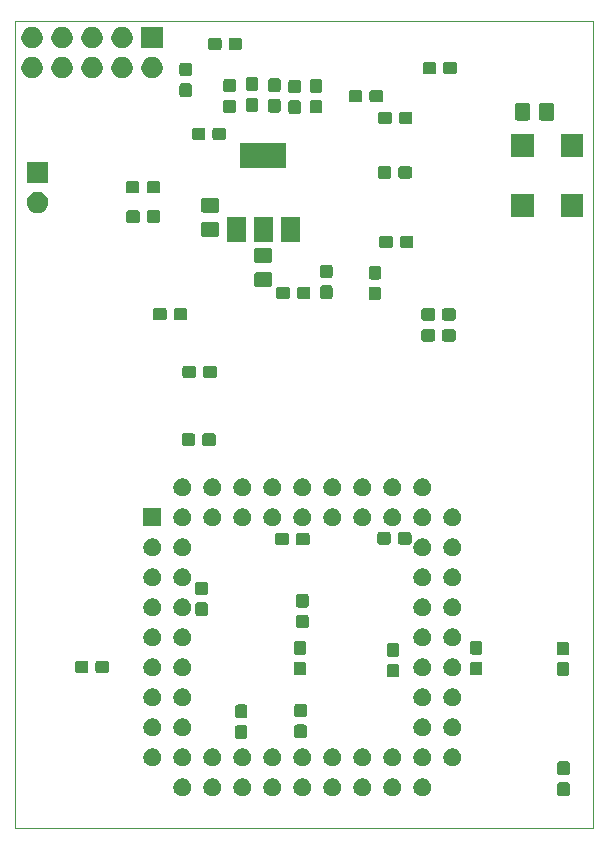
<source format=gbr>
G04 #@! TF.GenerationSoftware,KiCad,Pcbnew,(5.1.5)-3*
G04 #@! TF.CreationDate,2020-05-19T14:22:00+01:00*
G04 #@! TF.ProjectId,ElectronULA,456c6563-7472-46f6-9e55-4c412e6b6963,rev?*
G04 #@! TF.SameCoordinates,Original*
G04 #@! TF.FileFunction,Soldermask,Bot*
G04 #@! TF.FilePolarity,Negative*
%FSLAX46Y46*%
G04 Gerber Fmt 4.6, Leading zero omitted, Abs format (unit mm)*
G04 Created by KiCad (PCBNEW (5.1.5)-3) date 2020-05-19 14:22:00*
%MOMM*%
%LPD*%
G04 APERTURE LIST*
%ADD10C,0.050000*%
%ADD11C,0.150000*%
G04 APERTURE END LIST*
D10*
X129700020Y-124670820D02*
X129703200Y-56271000D01*
X178683920Y-124670820D02*
X129700020Y-124670820D01*
X178661700Y-56283700D02*
X178683920Y-124670820D01*
X129703200Y-56271000D02*
X178661700Y-56283700D01*
D11*
G36*
X164420625Y-120463190D02*
G01*
X164559338Y-120520647D01*
X164684172Y-120604058D01*
X164790342Y-120710228D01*
X164873753Y-120835062D01*
X164931210Y-120973775D01*
X164960500Y-121121029D01*
X164960500Y-121271171D01*
X164931210Y-121418425D01*
X164873753Y-121557138D01*
X164790342Y-121681972D01*
X164684172Y-121788142D01*
X164559338Y-121871553D01*
X164420625Y-121929010D01*
X164273371Y-121958300D01*
X164123229Y-121958300D01*
X163975975Y-121929010D01*
X163837262Y-121871553D01*
X163712428Y-121788142D01*
X163606258Y-121681972D01*
X163522847Y-121557138D01*
X163465390Y-121418425D01*
X163436100Y-121271171D01*
X163436100Y-121121029D01*
X163465390Y-120973775D01*
X163522847Y-120835062D01*
X163606258Y-120710228D01*
X163712428Y-120604058D01*
X163837262Y-120520647D01*
X163975975Y-120463190D01*
X164123229Y-120433900D01*
X164273371Y-120433900D01*
X164420625Y-120463190D01*
G37*
G36*
X159340625Y-120463190D02*
G01*
X159479338Y-120520647D01*
X159604172Y-120604058D01*
X159710342Y-120710228D01*
X159793753Y-120835062D01*
X159851210Y-120973775D01*
X159880500Y-121121029D01*
X159880500Y-121271171D01*
X159851210Y-121418425D01*
X159793753Y-121557138D01*
X159710342Y-121681972D01*
X159604172Y-121788142D01*
X159479338Y-121871553D01*
X159340625Y-121929010D01*
X159193371Y-121958300D01*
X159043229Y-121958300D01*
X158895975Y-121929010D01*
X158757262Y-121871553D01*
X158632428Y-121788142D01*
X158526258Y-121681972D01*
X158442847Y-121557138D01*
X158385390Y-121418425D01*
X158356100Y-121271171D01*
X158356100Y-121121029D01*
X158385390Y-120973775D01*
X158442847Y-120835062D01*
X158526258Y-120710228D01*
X158632428Y-120604058D01*
X158757262Y-120520647D01*
X158895975Y-120463190D01*
X159043229Y-120433900D01*
X159193371Y-120433900D01*
X159340625Y-120463190D01*
G37*
G36*
X156800625Y-120463190D02*
G01*
X156939338Y-120520647D01*
X157064172Y-120604058D01*
X157170342Y-120710228D01*
X157253753Y-120835062D01*
X157311210Y-120973775D01*
X157340500Y-121121029D01*
X157340500Y-121271171D01*
X157311210Y-121418425D01*
X157253753Y-121557138D01*
X157170342Y-121681972D01*
X157064172Y-121788142D01*
X156939338Y-121871553D01*
X156800625Y-121929010D01*
X156653371Y-121958300D01*
X156503229Y-121958300D01*
X156355975Y-121929010D01*
X156217262Y-121871553D01*
X156092428Y-121788142D01*
X155986258Y-121681972D01*
X155902847Y-121557138D01*
X155845390Y-121418425D01*
X155816100Y-121271171D01*
X155816100Y-121121029D01*
X155845390Y-120973775D01*
X155902847Y-120835062D01*
X155986258Y-120710228D01*
X156092428Y-120604058D01*
X156217262Y-120520647D01*
X156355975Y-120463190D01*
X156503229Y-120433900D01*
X156653371Y-120433900D01*
X156800625Y-120463190D01*
G37*
G36*
X154260625Y-120463190D02*
G01*
X154399338Y-120520647D01*
X154524172Y-120604058D01*
X154630342Y-120710228D01*
X154713753Y-120835062D01*
X154771210Y-120973775D01*
X154800500Y-121121029D01*
X154800500Y-121271171D01*
X154771210Y-121418425D01*
X154713753Y-121557138D01*
X154630342Y-121681972D01*
X154524172Y-121788142D01*
X154399338Y-121871553D01*
X154260625Y-121929010D01*
X154113371Y-121958300D01*
X153963229Y-121958300D01*
X153815975Y-121929010D01*
X153677262Y-121871553D01*
X153552428Y-121788142D01*
X153446258Y-121681972D01*
X153362847Y-121557138D01*
X153305390Y-121418425D01*
X153276100Y-121271171D01*
X153276100Y-121121029D01*
X153305390Y-120973775D01*
X153362847Y-120835062D01*
X153446258Y-120710228D01*
X153552428Y-120604058D01*
X153677262Y-120520647D01*
X153815975Y-120463190D01*
X153963229Y-120433900D01*
X154113371Y-120433900D01*
X154260625Y-120463190D01*
G37*
G36*
X151720625Y-120463190D02*
G01*
X151859338Y-120520647D01*
X151984172Y-120604058D01*
X152090342Y-120710228D01*
X152173753Y-120835062D01*
X152231210Y-120973775D01*
X152260500Y-121121029D01*
X152260500Y-121271171D01*
X152231210Y-121418425D01*
X152173753Y-121557138D01*
X152090342Y-121681972D01*
X151984172Y-121788142D01*
X151859338Y-121871553D01*
X151720625Y-121929010D01*
X151573371Y-121958300D01*
X151423229Y-121958300D01*
X151275975Y-121929010D01*
X151137262Y-121871553D01*
X151012428Y-121788142D01*
X150906258Y-121681972D01*
X150822847Y-121557138D01*
X150765390Y-121418425D01*
X150736100Y-121271171D01*
X150736100Y-121121029D01*
X150765390Y-120973775D01*
X150822847Y-120835062D01*
X150906258Y-120710228D01*
X151012428Y-120604058D01*
X151137262Y-120520647D01*
X151275975Y-120463190D01*
X151423229Y-120433900D01*
X151573371Y-120433900D01*
X151720625Y-120463190D01*
G37*
G36*
X149180625Y-120463190D02*
G01*
X149319338Y-120520647D01*
X149444172Y-120604058D01*
X149550342Y-120710228D01*
X149633753Y-120835062D01*
X149691210Y-120973775D01*
X149720500Y-121121029D01*
X149720500Y-121271171D01*
X149691210Y-121418425D01*
X149633753Y-121557138D01*
X149550342Y-121681972D01*
X149444172Y-121788142D01*
X149319338Y-121871553D01*
X149180625Y-121929010D01*
X149033371Y-121958300D01*
X148883229Y-121958300D01*
X148735975Y-121929010D01*
X148597262Y-121871553D01*
X148472428Y-121788142D01*
X148366258Y-121681972D01*
X148282847Y-121557138D01*
X148225390Y-121418425D01*
X148196100Y-121271171D01*
X148196100Y-121121029D01*
X148225390Y-120973775D01*
X148282847Y-120835062D01*
X148366258Y-120710228D01*
X148472428Y-120604058D01*
X148597262Y-120520647D01*
X148735975Y-120463190D01*
X148883229Y-120433900D01*
X149033371Y-120433900D01*
X149180625Y-120463190D01*
G37*
G36*
X146640625Y-120463190D02*
G01*
X146779338Y-120520647D01*
X146904172Y-120604058D01*
X147010342Y-120710228D01*
X147093753Y-120835062D01*
X147151210Y-120973775D01*
X147180500Y-121121029D01*
X147180500Y-121271171D01*
X147151210Y-121418425D01*
X147093753Y-121557138D01*
X147010342Y-121681972D01*
X146904172Y-121788142D01*
X146779338Y-121871553D01*
X146640625Y-121929010D01*
X146493371Y-121958300D01*
X146343229Y-121958300D01*
X146195975Y-121929010D01*
X146057262Y-121871553D01*
X145932428Y-121788142D01*
X145826258Y-121681972D01*
X145742847Y-121557138D01*
X145685390Y-121418425D01*
X145656100Y-121271171D01*
X145656100Y-121121029D01*
X145685390Y-120973775D01*
X145742847Y-120835062D01*
X145826258Y-120710228D01*
X145932428Y-120604058D01*
X146057262Y-120520647D01*
X146195975Y-120463190D01*
X146343229Y-120433900D01*
X146493371Y-120433900D01*
X146640625Y-120463190D01*
G37*
G36*
X144100625Y-120463190D02*
G01*
X144239338Y-120520647D01*
X144364172Y-120604058D01*
X144470342Y-120710228D01*
X144553753Y-120835062D01*
X144611210Y-120973775D01*
X144640500Y-121121029D01*
X144640500Y-121271171D01*
X144611210Y-121418425D01*
X144553753Y-121557138D01*
X144470342Y-121681972D01*
X144364172Y-121788142D01*
X144239338Y-121871553D01*
X144100625Y-121929010D01*
X143953371Y-121958300D01*
X143803229Y-121958300D01*
X143655975Y-121929010D01*
X143517262Y-121871553D01*
X143392428Y-121788142D01*
X143286258Y-121681972D01*
X143202847Y-121557138D01*
X143145390Y-121418425D01*
X143116100Y-121271171D01*
X143116100Y-121121029D01*
X143145390Y-120973775D01*
X143202847Y-120835062D01*
X143286258Y-120710228D01*
X143392428Y-120604058D01*
X143517262Y-120520647D01*
X143655975Y-120463190D01*
X143803229Y-120433900D01*
X143953371Y-120433900D01*
X144100625Y-120463190D01*
G37*
G36*
X161880625Y-120463190D02*
G01*
X162019338Y-120520647D01*
X162144172Y-120604058D01*
X162250342Y-120710228D01*
X162333753Y-120835062D01*
X162391210Y-120973775D01*
X162420500Y-121121029D01*
X162420500Y-121271171D01*
X162391210Y-121418425D01*
X162333753Y-121557138D01*
X162250342Y-121681972D01*
X162144172Y-121788142D01*
X162019338Y-121871553D01*
X161880625Y-121929010D01*
X161733371Y-121958300D01*
X161583229Y-121958300D01*
X161435975Y-121929010D01*
X161297262Y-121871553D01*
X161172428Y-121788142D01*
X161066258Y-121681972D01*
X160982847Y-121557138D01*
X160925390Y-121418425D01*
X160896100Y-121271171D01*
X160896100Y-121121029D01*
X160925390Y-120973775D01*
X160982847Y-120835062D01*
X161066258Y-120710228D01*
X161172428Y-120604058D01*
X161297262Y-120520647D01*
X161435975Y-120463190D01*
X161583229Y-120433900D01*
X161733371Y-120433900D01*
X161880625Y-120463190D01*
G37*
G36*
X176523659Y-120747705D02*
G01*
X176561155Y-120759080D01*
X176595714Y-120777552D01*
X176626007Y-120802413D01*
X176650868Y-120832706D01*
X176669340Y-120867265D01*
X176680715Y-120904761D01*
X176685160Y-120949898D01*
X176685160Y-121688622D01*
X176680715Y-121733759D01*
X176669340Y-121771255D01*
X176650868Y-121805814D01*
X176626007Y-121836107D01*
X176595714Y-121860968D01*
X176561155Y-121879440D01*
X176523659Y-121890815D01*
X176478522Y-121895260D01*
X175839798Y-121895260D01*
X175794661Y-121890815D01*
X175757165Y-121879440D01*
X175722606Y-121860968D01*
X175692313Y-121836107D01*
X175667452Y-121805814D01*
X175648980Y-121771255D01*
X175637605Y-121733759D01*
X175633160Y-121688622D01*
X175633160Y-120949898D01*
X175637605Y-120904761D01*
X175648980Y-120867265D01*
X175667452Y-120832706D01*
X175692313Y-120802413D01*
X175722606Y-120777552D01*
X175757165Y-120759080D01*
X175794661Y-120747705D01*
X175839798Y-120743260D01*
X176478522Y-120743260D01*
X176523659Y-120747705D01*
G37*
G36*
X176523659Y-118997705D02*
G01*
X176561155Y-119009080D01*
X176595714Y-119027552D01*
X176626007Y-119052413D01*
X176650868Y-119082706D01*
X176669340Y-119117265D01*
X176680715Y-119154761D01*
X176685160Y-119199898D01*
X176685160Y-119938622D01*
X176680715Y-119983759D01*
X176669340Y-120021255D01*
X176650868Y-120055814D01*
X176626007Y-120086107D01*
X176595714Y-120110968D01*
X176561155Y-120129440D01*
X176523659Y-120140815D01*
X176478522Y-120145260D01*
X175839798Y-120145260D01*
X175794661Y-120140815D01*
X175757165Y-120129440D01*
X175722606Y-120110968D01*
X175692313Y-120086107D01*
X175667452Y-120055814D01*
X175648980Y-120021255D01*
X175637605Y-119983759D01*
X175633160Y-119938622D01*
X175633160Y-119199898D01*
X175637605Y-119154761D01*
X175648980Y-119117265D01*
X175667452Y-119082706D01*
X175692313Y-119052413D01*
X175722606Y-119027552D01*
X175757165Y-119009080D01*
X175794661Y-118997705D01*
X175839798Y-118993260D01*
X176478522Y-118993260D01*
X176523659Y-118997705D01*
G37*
G36*
X149180625Y-117923190D02*
G01*
X149319338Y-117980647D01*
X149444172Y-118064058D01*
X149550342Y-118170228D01*
X149633753Y-118295062D01*
X149691210Y-118433775D01*
X149720500Y-118581029D01*
X149720500Y-118731171D01*
X149691210Y-118878425D01*
X149633753Y-119017138D01*
X149550342Y-119141972D01*
X149444172Y-119248142D01*
X149319338Y-119331553D01*
X149180625Y-119389010D01*
X149033371Y-119418300D01*
X148883229Y-119418300D01*
X148735975Y-119389010D01*
X148597262Y-119331553D01*
X148472428Y-119248142D01*
X148366258Y-119141972D01*
X148282847Y-119017138D01*
X148225390Y-118878425D01*
X148196100Y-118731171D01*
X148196100Y-118581029D01*
X148225390Y-118433775D01*
X148282847Y-118295062D01*
X148366258Y-118170228D01*
X148472428Y-118064058D01*
X148597262Y-117980647D01*
X148735975Y-117923190D01*
X148883229Y-117893900D01*
X149033371Y-117893900D01*
X149180625Y-117923190D01*
G37*
G36*
X141560625Y-117923190D02*
G01*
X141699338Y-117980647D01*
X141824172Y-118064058D01*
X141930342Y-118170228D01*
X142013753Y-118295062D01*
X142071210Y-118433775D01*
X142100500Y-118581029D01*
X142100500Y-118731171D01*
X142071210Y-118878425D01*
X142013753Y-119017138D01*
X141930342Y-119141972D01*
X141824172Y-119248142D01*
X141699338Y-119331553D01*
X141560625Y-119389010D01*
X141413371Y-119418300D01*
X141263229Y-119418300D01*
X141115975Y-119389010D01*
X140977262Y-119331553D01*
X140852428Y-119248142D01*
X140746258Y-119141972D01*
X140662847Y-119017138D01*
X140605390Y-118878425D01*
X140576100Y-118731171D01*
X140576100Y-118581029D01*
X140605390Y-118433775D01*
X140662847Y-118295062D01*
X140746258Y-118170228D01*
X140852428Y-118064058D01*
X140977262Y-117980647D01*
X141115975Y-117923190D01*
X141263229Y-117893900D01*
X141413371Y-117893900D01*
X141560625Y-117923190D01*
G37*
G36*
X144100625Y-117923190D02*
G01*
X144239338Y-117980647D01*
X144364172Y-118064058D01*
X144470342Y-118170228D01*
X144553753Y-118295062D01*
X144611210Y-118433775D01*
X144640500Y-118581029D01*
X144640500Y-118731171D01*
X144611210Y-118878425D01*
X144553753Y-119017138D01*
X144470342Y-119141972D01*
X144364172Y-119248142D01*
X144239338Y-119331553D01*
X144100625Y-119389010D01*
X143953371Y-119418300D01*
X143803229Y-119418300D01*
X143655975Y-119389010D01*
X143517262Y-119331553D01*
X143392428Y-119248142D01*
X143286258Y-119141972D01*
X143202847Y-119017138D01*
X143145390Y-118878425D01*
X143116100Y-118731171D01*
X143116100Y-118581029D01*
X143145390Y-118433775D01*
X143202847Y-118295062D01*
X143286258Y-118170228D01*
X143392428Y-118064058D01*
X143517262Y-117980647D01*
X143655975Y-117923190D01*
X143803229Y-117893900D01*
X143953371Y-117893900D01*
X144100625Y-117923190D01*
G37*
G36*
X146640625Y-117923190D02*
G01*
X146779338Y-117980647D01*
X146904172Y-118064058D01*
X147010342Y-118170228D01*
X147093753Y-118295062D01*
X147151210Y-118433775D01*
X147180500Y-118581029D01*
X147180500Y-118731171D01*
X147151210Y-118878425D01*
X147093753Y-119017138D01*
X147010342Y-119141972D01*
X146904172Y-119248142D01*
X146779338Y-119331553D01*
X146640625Y-119389010D01*
X146493371Y-119418300D01*
X146343229Y-119418300D01*
X146195975Y-119389010D01*
X146057262Y-119331553D01*
X145932428Y-119248142D01*
X145826258Y-119141972D01*
X145742847Y-119017138D01*
X145685390Y-118878425D01*
X145656100Y-118731171D01*
X145656100Y-118581029D01*
X145685390Y-118433775D01*
X145742847Y-118295062D01*
X145826258Y-118170228D01*
X145932428Y-118064058D01*
X146057262Y-117980647D01*
X146195975Y-117923190D01*
X146343229Y-117893900D01*
X146493371Y-117893900D01*
X146640625Y-117923190D01*
G37*
G36*
X151720625Y-117923190D02*
G01*
X151859338Y-117980647D01*
X151984172Y-118064058D01*
X152090342Y-118170228D01*
X152173753Y-118295062D01*
X152231210Y-118433775D01*
X152260500Y-118581029D01*
X152260500Y-118731171D01*
X152231210Y-118878425D01*
X152173753Y-119017138D01*
X152090342Y-119141972D01*
X151984172Y-119248142D01*
X151859338Y-119331553D01*
X151720625Y-119389010D01*
X151573371Y-119418300D01*
X151423229Y-119418300D01*
X151275975Y-119389010D01*
X151137262Y-119331553D01*
X151012428Y-119248142D01*
X150906258Y-119141972D01*
X150822847Y-119017138D01*
X150765390Y-118878425D01*
X150736100Y-118731171D01*
X150736100Y-118581029D01*
X150765390Y-118433775D01*
X150822847Y-118295062D01*
X150906258Y-118170228D01*
X151012428Y-118064058D01*
X151137262Y-117980647D01*
X151275975Y-117923190D01*
X151423229Y-117893900D01*
X151573371Y-117893900D01*
X151720625Y-117923190D01*
G37*
G36*
X156800625Y-117923190D02*
G01*
X156939338Y-117980647D01*
X157064172Y-118064058D01*
X157170342Y-118170228D01*
X157253753Y-118295062D01*
X157311210Y-118433775D01*
X157340500Y-118581029D01*
X157340500Y-118731171D01*
X157311210Y-118878425D01*
X157253753Y-119017138D01*
X157170342Y-119141972D01*
X157064172Y-119248142D01*
X156939338Y-119331553D01*
X156800625Y-119389010D01*
X156653371Y-119418300D01*
X156503229Y-119418300D01*
X156355975Y-119389010D01*
X156217262Y-119331553D01*
X156092428Y-119248142D01*
X155986258Y-119141972D01*
X155902847Y-119017138D01*
X155845390Y-118878425D01*
X155816100Y-118731171D01*
X155816100Y-118581029D01*
X155845390Y-118433775D01*
X155902847Y-118295062D01*
X155986258Y-118170228D01*
X156092428Y-118064058D01*
X156217262Y-117980647D01*
X156355975Y-117923190D01*
X156503229Y-117893900D01*
X156653371Y-117893900D01*
X156800625Y-117923190D01*
G37*
G36*
X164420625Y-117923190D02*
G01*
X164559338Y-117980647D01*
X164684172Y-118064058D01*
X164790342Y-118170228D01*
X164873753Y-118295062D01*
X164931210Y-118433775D01*
X164960500Y-118581029D01*
X164960500Y-118731171D01*
X164931210Y-118878425D01*
X164873753Y-119017138D01*
X164790342Y-119141972D01*
X164684172Y-119248142D01*
X164559338Y-119331553D01*
X164420625Y-119389010D01*
X164273371Y-119418300D01*
X164123229Y-119418300D01*
X163975975Y-119389010D01*
X163837262Y-119331553D01*
X163712428Y-119248142D01*
X163606258Y-119141972D01*
X163522847Y-119017138D01*
X163465390Y-118878425D01*
X163436100Y-118731171D01*
X163436100Y-118581029D01*
X163465390Y-118433775D01*
X163522847Y-118295062D01*
X163606258Y-118170228D01*
X163712428Y-118064058D01*
X163837262Y-117980647D01*
X163975975Y-117923190D01*
X164123229Y-117893900D01*
X164273371Y-117893900D01*
X164420625Y-117923190D01*
G37*
G36*
X159340625Y-117923190D02*
G01*
X159479338Y-117980647D01*
X159604172Y-118064058D01*
X159710342Y-118170228D01*
X159793753Y-118295062D01*
X159851210Y-118433775D01*
X159880500Y-118581029D01*
X159880500Y-118731171D01*
X159851210Y-118878425D01*
X159793753Y-119017138D01*
X159710342Y-119141972D01*
X159604172Y-119248142D01*
X159479338Y-119331553D01*
X159340625Y-119389010D01*
X159193371Y-119418300D01*
X159043229Y-119418300D01*
X158895975Y-119389010D01*
X158757262Y-119331553D01*
X158632428Y-119248142D01*
X158526258Y-119141972D01*
X158442847Y-119017138D01*
X158385390Y-118878425D01*
X158356100Y-118731171D01*
X158356100Y-118581029D01*
X158385390Y-118433775D01*
X158442847Y-118295062D01*
X158526258Y-118170228D01*
X158632428Y-118064058D01*
X158757262Y-117980647D01*
X158895975Y-117923190D01*
X159043229Y-117893900D01*
X159193371Y-117893900D01*
X159340625Y-117923190D01*
G37*
G36*
X161880625Y-117923190D02*
G01*
X162019338Y-117980647D01*
X162144172Y-118064058D01*
X162250342Y-118170228D01*
X162333753Y-118295062D01*
X162391210Y-118433775D01*
X162420500Y-118581029D01*
X162420500Y-118731171D01*
X162391210Y-118878425D01*
X162333753Y-119017138D01*
X162250342Y-119141972D01*
X162144172Y-119248142D01*
X162019338Y-119331553D01*
X161880625Y-119389010D01*
X161733371Y-119418300D01*
X161583229Y-119418300D01*
X161435975Y-119389010D01*
X161297262Y-119331553D01*
X161172428Y-119248142D01*
X161066258Y-119141972D01*
X160982847Y-119017138D01*
X160925390Y-118878425D01*
X160896100Y-118731171D01*
X160896100Y-118581029D01*
X160925390Y-118433775D01*
X160982847Y-118295062D01*
X161066258Y-118170228D01*
X161172428Y-118064058D01*
X161297262Y-117980647D01*
X161435975Y-117923190D01*
X161583229Y-117893900D01*
X161733371Y-117893900D01*
X161880625Y-117923190D01*
G37*
G36*
X166960625Y-117923190D02*
G01*
X167099338Y-117980647D01*
X167224172Y-118064058D01*
X167330342Y-118170228D01*
X167413753Y-118295062D01*
X167471210Y-118433775D01*
X167500500Y-118581029D01*
X167500500Y-118731171D01*
X167471210Y-118878425D01*
X167413753Y-119017138D01*
X167330342Y-119141972D01*
X167224172Y-119248142D01*
X167099338Y-119331553D01*
X166960625Y-119389010D01*
X166813371Y-119418300D01*
X166663229Y-119418300D01*
X166515975Y-119389010D01*
X166377262Y-119331553D01*
X166252428Y-119248142D01*
X166146258Y-119141972D01*
X166062847Y-119017138D01*
X166005390Y-118878425D01*
X165976100Y-118731171D01*
X165976100Y-118581029D01*
X166005390Y-118433775D01*
X166062847Y-118295062D01*
X166146258Y-118170228D01*
X166252428Y-118064058D01*
X166377262Y-117980647D01*
X166515975Y-117923190D01*
X166663229Y-117893900D01*
X166813371Y-117893900D01*
X166960625Y-117923190D01*
G37*
G36*
X154260625Y-117923190D02*
G01*
X154399338Y-117980647D01*
X154524172Y-118064058D01*
X154630342Y-118170228D01*
X154713753Y-118295062D01*
X154771210Y-118433775D01*
X154800500Y-118581029D01*
X154800500Y-118731171D01*
X154771210Y-118878425D01*
X154713753Y-119017138D01*
X154630342Y-119141972D01*
X154524172Y-119248142D01*
X154399338Y-119331553D01*
X154260625Y-119389010D01*
X154113371Y-119418300D01*
X153963229Y-119418300D01*
X153815975Y-119389010D01*
X153677262Y-119331553D01*
X153552428Y-119248142D01*
X153446258Y-119141972D01*
X153362847Y-119017138D01*
X153305390Y-118878425D01*
X153276100Y-118731171D01*
X153276100Y-118581029D01*
X153305390Y-118433775D01*
X153362847Y-118295062D01*
X153446258Y-118170228D01*
X153552428Y-118064058D01*
X153677262Y-117980647D01*
X153815975Y-117923190D01*
X153963229Y-117893900D01*
X154113371Y-117893900D01*
X154260625Y-117923190D01*
G37*
G36*
X149241699Y-115924445D02*
G01*
X149279195Y-115935820D01*
X149313754Y-115954292D01*
X149344047Y-115979153D01*
X149368908Y-116009446D01*
X149387380Y-116044005D01*
X149398755Y-116081501D01*
X149403200Y-116126638D01*
X149403200Y-116865362D01*
X149398755Y-116910499D01*
X149387380Y-116947995D01*
X149368908Y-116982554D01*
X149344047Y-117012847D01*
X149313754Y-117037708D01*
X149279195Y-117056180D01*
X149241699Y-117067555D01*
X149196562Y-117072000D01*
X148557838Y-117072000D01*
X148512701Y-117067555D01*
X148475205Y-117056180D01*
X148440646Y-117037708D01*
X148410353Y-117012847D01*
X148385492Y-116982554D01*
X148367020Y-116947995D01*
X148355645Y-116910499D01*
X148351200Y-116865362D01*
X148351200Y-116126638D01*
X148355645Y-116081501D01*
X148367020Y-116044005D01*
X148385492Y-116009446D01*
X148410353Y-115979153D01*
X148440646Y-115954292D01*
X148475205Y-115935820D01*
X148512701Y-115924445D01*
X148557838Y-115920000D01*
X149196562Y-115920000D01*
X149241699Y-115924445D01*
G37*
G36*
X154261699Y-115869445D02*
G01*
X154299195Y-115880820D01*
X154333754Y-115899292D01*
X154364047Y-115924153D01*
X154388908Y-115954446D01*
X154407380Y-115989005D01*
X154418755Y-116026501D01*
X154423200Y-116071638D01*
X154423200Y-116810362D01*
X154418755Y-116855499D01*
X154407380Y-116892995D01*
X154388908Y-116927554D01*
X154364047Y-116957847D01*
X154333754Y-116982708D01*
X154299195Y-117001180D01*
X154261699Y-117012555D01*
X154216562Y-117017000D01*
X153577838Y-117017000D01*
X153532701Y-117012555D01*
X153495205Y-117001180D01*
X153460646Y-116982708D01*
X153430353Y-116957847D01*
X153405492Y-116927554D01*
X153387020Y-116892995D01*
X153375645Y-116855499D01*
X153371200Y-116810362D01*
X153371200Y-116071638D01*
X153375645Y-116026501D01*
X153387020Y-115989005D01*
X153405492Y-115954446D01*
X153430353Y-115924153D01*
X153460646Y-115899292D01*
X153495205Y-115880820D01*
X153532701Y-115869445D01*
X153577838Y-115865000D01*
X154216562Y-115865000D01*
X154261699Y-115869445D01*
G37*
G36*
X144100625Y-115383190D02*
G01*
X144239338Y-115440647D01*
X144364172Y-115524058D01*
X144470342Y-115630228D01*
X144553753Y-115755062D01*
X144611210Y-115893775D01*
X144640500Y-116041029D01*
X144640500Y-116191171D01*
X144611210Y-116338425D01*
X144553753Y-116477138D01*
X144470342Y-116601972D01*
X144364172Y-116708142D01*
X144239338Y-116791553D01*
X144100625Y-116849010D01*
X143953371Y-116878300D01*
X143803229Y-116878300D01*
X143655975Y-116849010D01*
X143517262Y-116791553D01*
X143392428Y-116708142D01*
X143286258Y-116601972D01*
X143202847Y-116477138D01*
X143145390Y-116338425D01*
X143116100Y-116191171D01*
X143116100Y-116041029D01*
X143145390Y-115893775D01*
X143202847Y-115755062D01*
X143286258Y-115630228D01*
X143392428Y-115524058D01*
X143517262Y-115440647D01*
X143655975Y-115383190D01*
X143803229Y-115353900D01*
X143953371Y-115353900D01*
X144100625Y-115383190D01*
G37*
G36*
X141560625Y-115383190D02*
G01*
X141699338Y-115440647D01*
X141824172Y-115524058D01*
X141930342Y-115630228D01*
X142013753Y-115755062D01*
X142071210Y-115893775D01*
X142100500Y-116041029D01*
X142100500Y-116191171D01*
X142071210Y-116338425D01*
X142013753Y-116477138D01*
X141930342Y-116601972D01*
X141824172Y-116708142D01*
X141699338Y-116791553D01*
X141560625Y-116849010D01*
X141413371Y-116878300D01*
X141263229Y-116878300D01*
X141115975Y-116849010D01*
X140977262Y-116791553D01*
X140852428Y-116708142D01*
X140746258Y-116601972D01*
X140662847Y-116477138D01*
X140605390Y-116338425D01*
X140576100Y-116191171D01*
X140576100Y-116041029D01*
X140605390Y-115893775D01*
X140662847Y-115755062D01*
X140746258Y-115630228D01*
X140852428Y-115524058D01*
X140977262Y-115440647D01*
X141115975Y-115383190D01*
X141263229Y-115353900D01*
X141413371Y-115353900D01*
X141560625Y-115383190D01*
G37*
G36*
X166960625Y-115383190D02*
G01*
X167099338Y-115440647D01*
X167224172Y-115524058D01*
X167330342Y-115630228D01*
X167413753Y-115755062D01*
X167471210Y-115893775D01*
X167500500Y-116041029D01*
X167500500Y-116191171D01*
X167471210Y-116338425D01*
X167413753Y-116477138D01*
X167330342Y-116601972D01*
X167224172Y-116708142D01*
X167099338Y-116791553D01*
X166960625Y-116849010D01*
X166813371Y-116878300D01*
X166663229Y-116878300D01*
X166515975Y-116849010D01*
X166377262Y-116791553D01*
X166252428Y-116708142D01*
X166146258Y-116601972D01*
X166062847Y-116477138D01*
X166005390Y-116338425D01*
X165976100Y-116191171D01*
X165976100Y-116041029D01*
X166005390Y-115893775D01*
X166062847Y-115755062D01*
X166146258Y-115630228D01*
X166252428Y-115524058D01*
X166377262Y-115440647D01*
X166515975Y-115383190D01*
X166663229Y-115353900D01*
X166813371Y-115353900D01*
X166960625Y-115383190D01*
G37*
G36*
X164420625Y-115383190D02*
G01*
X164559338Y-115440647D01*
X164684172Y-115524058D01*
X164790342Y-115630228D01*
X164873753Y-115755062D01*
X164931210Y-115893775D01*
X164960500Y-116041029D01*
X164960500Y-116191171D01*
X164931210Y-116338425D01*
X164873753Y-116477138D01*
X164790342Y-116601972D01*
X164684172Y-116708142D01*
X164559338Y-116791553D01*
X164420625Y-116849010D01*
X164273371Y-116878300D01*
X164123229Y-116878300D01*
X163975975Y-116849010D01*
X163837262Y-116791553D01*
X163712428Y-116708142D01*
X163606258Y-116601972D01*
X163522847Y-116477138D01*
X163465390Y-116338425D01*
X163436100Y-116191171D01*
X163436100Y-116041029D01*
X163465390Y-115893775D01*
X163522847Y-115755062D01*
X163606258Y-115630228D01*
X163712428Y-115524058D01*
X163837262Y-115440647D01*
X163975975Y-115383190D01*
X164123229Y-115353900D01*
X164273371Y-115353900D01*
X164420625Y-115383190D01*
G37*
G36*
X149241699Y-114174445D02*
G01*
X149279195Y-114185820D01*
X149313754Y-114204292D01*
X149344047Y-114229153D01*
X149368908Y-114259446D01*
X149387380Y-114294005D01*
X149398755Y-114331501D01*
X149403200Y-114376638D01*
X149403200Y-115115362D01*
X149398755Y-115160499D01*
X149387380Y-115197995D01*
X149368908Y-115232554D01*
X149344047Y-115262847D01*
X149313754Y-115287708D01*
X149279195Y-115306180D01*
X149241699Y-115317555D01*
X149196562Y-115322000D01*
X148557838Y-115322000D01*
X148512701Y-115317555D01*
X148475205Y-115306180D01*
X148440646Y-115287708D01*
X148410353Y-115262847D01*
X148385492Y-115232554D01*
X148367020Y-115197995D01*
X148355645Y-115160499D01*
X148351200Y-115115362D01*
X148351200Y-114376638D01*
X148355645Y-114331501D01*
X148367020Y-114294005D01*
X148385492Y-114259446D01*
X148410353Y-114229153D01*
X148440646Y-114204292D01*
X148475205Y-114185820D01*
X148512701Y-114174445D01*
X148557838Y-114170000D01*
X149196562Y-114170000D01*
X149241699Y-114174445D01*
G37*
G36*
X154261699Y-114119445D02*
G01*
X154299195Y-114130820D01*
X154333754Y-114149292D01*
X154364047Y-114174153D01*
X154388908Y-114204446D01*
X154407380Y-114239005D01*
X154418755Y-114276501D01*
X154423200Y-114321638D01*
X154423200Y-115060362D01*
X154418755Y-115105499D01*
X154407380Y-115142995D01*
X154388908Y-115177554D01*
X154364047Y-115207847D01*
X154333754Y-115232708D01*
X154299195Y-115251180D01*
X154261699Y-115262555D01*
X154216562Y-115267000D01*
X153577838Y-115267000D01*
X153532701Y-115262555D01*
X153495205Y-115251180D01*
X153460646Y-115232708D01*
X153430353Y-115207847D01*
X153405492Y-115177554D01*
X153387020Y-115142995D01*
X153375645Y-115105499D01*
X153371200Y-115060362D01*
X153371200Y-114321638D01*
X153375645Y-114276501D01*
X153387020Y-114239005D01*
X153405492Y-114204446D01*
X153430353Y-114174153D01*
X153460646Y-114149292D01*
X153495205Y-114130820D01*
X153532701Y-114119445D01*
X153577838Y-114115000D01*
X154216562Y-114115000D01*
X154261699Y-114119445D01*
G37*
G36*
X164420625Y-112843190D02*
G01*
X164559338Y-112900647D01*
X164684172Y-112984058D01*
X164790342Y-113090228D01*
X164873753Y-113215062D01*
X164931210Y-113353775D01*
X164960500Y-113501029D01*
X164960500Y-113651171D01*
X164931210Y-113798425D01*
X164873753Y-113937138D01*
X164790342Y-114061972D01*
X164684172Y-114168142D01*
X164559338Y-114251553D01*
X164420625Y-114309010D01*
X164273371Y-114338300D01*
X164123229Y-114338300D01*
X163975975Y-114309010D01*
X163837262Y-114251553D01*
X163712428Y-114168142D01*
X163606258Y-114061972D01*
X163522847Y-113937138D01*
X163465390Y-113798425D01*
X163436100Y-113651171D01*
X163436100Y-113501029D01*
X163465390Y-113353775D01*
X163522847Y-113215062D01*
X163606258Y-113090228D01*
X163712428Y-112984058D01*
X163837262Y-112900647D01*
X163975975Y-112843190D01*
X164123229Y-112813900D01*
X164273371Y-112813900D01*
X164420625Y-112843190D01*
G37*
G36*
X166960625Y-112843190D02*
G01*
X167099338Y-112900647D01*
X167224172Y-112984058D01*
X167330342Y-113090228D01*
X167413753Y-113215062D01*
X167471210Y-113353775D01*
X167500500Y-113501029D01*
X167500500Y-113651171D01*
X167471210Y-113798425D01*
X167413753Y-113937138D01*
X167330342Y-114061972D01*
X167224172Y-114168142D01*
X167099338Y-114251553D01*
X166960625Y-114309010D01*
X166813371Y-114338300D01*
X166663229Y-114338300D01*
X166515975Y-114309010D01*
X166377262Y-114251553D01*
X166252428Y-114168142D01*
X166146258Y-114061972D01*
X166062847Y-113937138D01*
X166005390Y-113798425D01*
X165976100Y-113651171D01*
X165976100Y-113501029D01*
X166005390Y-113353775D01*
X166062847Y-113215062D01*
X166146258Y-113090228D01*
X166252428Y-112984058D01*
X166377262Y-112900647D01*
X166515975Y-112843190D01*
X166663229Y-112813900D01*
X166813371Y-112813900D01*
X166960625Y-112843190D01*
G37*
G36*
X141560625Y-112843190D02*
G01*
X141699338Y-112900647D01*
X141824172Y-112984058D01*
X141930342Y-113090228D01*
X142013753Y-113215062D01*
X142071210Y-113353775D01*
X142100500Y-113501029D01*
X142100500Y-113651171D01*
X142071210Y-113798425D01*
X142013753Y-113937138D01*
X141930342Y-114061972D01*
X141824172Y-114168142D01*
X141699338Y-114251553D01*
X141560625Y-114309010D01*
X141413371Y-114338300D01*
X141263229Y-114338300D01*
X141115975Y-114309010D01*
X140977262Y-114251553D01*
X140852428Y-114168142D01*
X140746258Y-114061972D01*
X140662847Y-113937138D01*
X140605390Y-113798425D01*
X140576100Y-113651171D01*
X140576100Y-113501029D01*
X140605390Y-113353775D01*
X140662847Y-113215062D01*
X140746258Y-113090228D01*
X140852428Y-112984058D01*
X140977262Y-112900647D01*
X141115975Y-112843190D01*
X141263229Y-112813900D01*
X141413371Y-112813900D01*
X141560625Y-112843190D01*
G37*
G36*
X144100625Y-112843190D02*
G01*
X144239338Y-112900647D01*
X144364172Y-112984058D01*
X144470342Y-113090228D01*
X144553753Y-113215062D01*
X144611210Y-113353775D01*
X144640500Y-113501029D01*
X144640500Y-113651171D01*
X144611210Y-113798425D01*
X144553753Y-113937138D01*
X144470342Y-114061972D01*
X144364172Y-114168142D01*
X144239338Y-114251553D01*
X144100625Y-114309010D01*
X143953371Y-114338300D01*
X143803229Y-114338300D01*
X143655975Y-114309010D01*
X143517262Y-114251553D01*
X143392428Y-114168142D01*
X143286258Y-114061972D01*
X143202847Y-113937138D01*
X143145390Y-113798425D01*
X143116100Y-113651171D01*
X143116100Y-113501029D01*
X143145390Y-113353775D01*
X143202847Y-113215062D01*
X143286258Y-113090228D01*
X143392428Y-112984058D01*
X143517262Y-112900647D01*
X143655975Y-112843190D01*
X143803229Y-112813900D01*
X143953371Y-112813900D01*
X144100625Y-112843190D01*
G37*
G36*
X162071699Y-110739445D02*
G01*
X162109195Y-110750820D01*
X162143754Y-110769292D01*
X162174047Y-110794153D01*
X162198908Y-110824446D01*
X162217380Y-110859005D01*
X162228755Y-110896501D01*
X162233200Y-110941638D01*
X162233200Y-111680362D01*
X162228755Y-111725499D01*
X162217380Y-111762995D01*
X162198908Y-111797554D01*
X162174047Y-111827847D01*
X162143754Y-111852708D01*
X162109195Y-111871180D01*
X162071699Y-111882555D01*
X162026562Y-111887000D01*
X161387838Y-111887000D01*
X161342701Y-111882555D01*
X161305205Y-111871180D01*
X161270646Y-111852708D01*
X161240353Y-111827847D01*
X161215492Y-111797554D01*
X161197020Y-111762995D01*
X161185645Y-111725499D01*
X161181200Y-111680362D01*
X161181200Y-110941638D01*
X161185645Y-110896501D01*
X161197020Y-110859005D01*
X161215492Y-110824446D01*
X161240353Y-110794153D01*
X161270646Y-110769292D01*
X161305205Y-110750820D01*
X161342701Y-110739445D01*
X161387838Y-110735000D01*
X162026562Y-110735000D01*
X162071699Y-110739445D01*
G37*
G36*
X141560625Y-110303190D02*
G01*
X141699338Y-110360647D01*
X141824172Y-110444058D01*
X141930342Y-110550228D01*
X142013753Y-110675062D01*
X142071210Y-110813775D01*
X142100500Y-110961029D01*
X142100500Y-111111171D01*
X142071210Y-111258425D01*
X142013753Y-111397138D01*
X141930342Y-111521972D01*
X141824172Y-111628142D01*
X141699338Y-111711553D01*
X141560625Y-111769010D01*
X141413371Y-111798300D01*
X141263229Y-111798300D01*
X141115975Y-111769010D01*
X140977262Y-111711553D01*
X140852428Y-111628142D01*
X140746258Y-111521972D01*
X140662847Y-111397138D01*
X140605390Y-111258425D01*
X140576100Y-111111171D01*
X140576100Y-110961029D01*
X140605390Y-110813775D01*
X140662847Y-110675062D01*
X140746258Y-110550228D01*
X140852428Y-110444058D01*
X140977262Y-110360647D01*
X141115975Y-110303190D01*
X141263229Y-110273900D01*
X141413371Y-110273900D01*
X141560625Y-110303190D01*
G37*
G36*
X166960625Y-110303190D02*
G01*
X167099338Y-110360647D01*
X167224172Y-110444058D01*
X167330342Y-110550228D01*
X167413753Y-110675062D01*
X167471210Y-110813775D01*
X167500500Y-110961029D01*
X167500500Y-111111171D01*
X167471210Y-111258425D01*
X167413753Y-111397138D01*
X167330342Y-111521972D01*
X167224172Y-111628142D01*
X167099338Y-111711553D01*
X166960625Y-111769010D01*
X166813371Y-111798300D01*
X166663229Y-111798300D01*
X166515975Y-111769010D01*
X166377262Y-111711553D01*
X166252428Y-111628142D01*
X166146258Y-111521972D01*
X166062847Y-111397138D01*
X166005390Y-111258425D01*
X165976100Y-111111171D01*
X165976100Y-110961029D01*
X166005390Y-110813775D01*
X166062847Y-110675062D01*
X166146258Y-110550228D01*
X166252428Y-110444058D01*
X166377262Y-110360647D01*
X166515975Y-110303190D01*
X166663229Y-110273900D01*
X166813371Y-110273900D01*
X166960625Y-110303190D01*
G37*
G36*
X144100625Y-110303190D02*
G01*
X144239338Y-110360647D01*
X144364172Y-110444058D01*
X144470342Y-110550228D01*
X144553753Y-110675062D01*
X144611210Y-110813775D01*
X144640500Y-110961029D01*
X144640500Y-111111171D01*
X144611210Y-111258425D01*
X144553753Y-111397138D01*
X144470342Y-111521972D01*
X144364172Y-111628142D01*
X144239338Y-111711553D01*
X144100625Y-111769010D01*
X143953371Y-111798300D01*
X143803229Y-111798300D01*
X143655975Y-111769010D01*
X143517262Y-111711553D01*
X143392428Y-111628142D01*
X143286258Y-111521972D01*
X143202847Y-111397138D01*
X143145390Y-111258425D01*
X143116100Y-111111171D01*
X143116100Y-110961029D01*
X143145390Y-110813775D01*
X143202847Y-110675062D01*
X143286258Y-110550228D01*
X143392428Y-110444058D01*
X143517262Y-110360647D01*
X143655975Y-110303190D01*
X143803229Y-110273900D01*
X143953371Y-110273900D01*
X144100625Y-110303190D01*
G37*
G36*
X164420625Y-110303190D02*
G01*
X164559338Y-110360647D01*
X164684172Y-110444058D01*
X164790342Y-110550228D01*
X164873753Y-110675062D01*
X164931210Y-110813775D01*
X164960500Y-110961029D01*
X164960500Y-111111171D01*
X164931210Y-111258425D01*
X164873753Y-111397138D01*
X164790342Y-111521972D01*
X164684172Y-111628142D01*
X164559338Y-111711553D01*
X164420625Y-111769010D01*
X164273371Y-111798300D01*
X164123229Y-111798300D01*
X163975975Y-111769010D01*
X163837262Y-111711553D01*
X163712428Y-111628142D01*
X163606258Y-111521972D01*
X163522847Y-111397138D01*
X163465390Y-111258425D01*
X163436100Y-111111171D01*
X163436100Y-110961029D01*
X163465390Y-110813775D01*
X163522847Y-110675062D01*
X163606258Y-110550228D01*
X163712428Y-110444058D01*
X163837262Y-110360647D01*
X163975975Y-110303190D01*
X164123229Y-110273900D01*
X164273371Y-110273900D01*
X164420625Y-110303190D01*
G37*
G36*
X176467219Y-110601665D02*
G01*
X176504715Y-110613040D01*
X176539274Y-110631512D01*
X176569567Y-110656373D01*
X176594428Y-110686666D01*
X176612900Y-110721225D01*
X176624275Y-110758721D01*
X176628720Y-110803858D01*
X176628720Y-111542582D01*
X176624275Y-111587719D01*
X176612900Y-111625215D01*
X176594428Y-111659774D01*
X176569567Y-111690067D01*
X176539274Y-111714928D01*
X176504715Y-111733400D01*
X176467219Y-111744775D01*
X176422082Y-111749220D01*
X175783358Y-111749220D01*
X175738221Y-111744775D01*
X175700725Y-111733400D01*
X175666166Y-111714928D01*
X175635873Y-111690067D01*
X175611012Y-111659774D01*
X175592540Y-111625215D01*
X175581165Y-111587719D01*
X175576720Y-111542582D01*
X175576720Y-110803858D01*
X175581165Y-110758721D01*
X175592540Y-110721225D01*
X175611012Y-110686666D01*
X175635873Y-110656373D01*
X175666166Y-110631512D01*
X175700725Y-110613040D01*
X175738221Y-110601665D01*
X175783358Y-110597220D01*
X176422082Y-110597220D01*
X176467219Y-110601665D01*
G37*
G36*
X154201699Y-110559445D02*
G01*
X154239195Y-110570820D01*
X154273754Y-110589292D01*
X154304047Y-110614153D01*
X154328908Y-110644446D01*
X154347380Y-110679005D01*
X154358755Y-110716501D01*
X154363200Y-110761638D01*
X154363200Y-111500362D01*
X154358755Y-111545499D01*
X154347380Y-111582995D01*
X154328908Y-111617554D01*
X154304047Y-111647847D01*
X154273754Y-111672708D01*
X154239195Y-111691180D01*
X154201699Y-111702555D01*
X154156562Y-111707000D01*
X153517838Y-111707000D01*
X153472701Y-111702555D01*
X153435205Y-111691180D01*
X153400646Y-111672708D01*
X153370353Y-111647847D01*
X153345492Y-111617554D01*
X153327020Y-111582995D01*
X153315645Y-111545499D01*
X153311200Y-111500362D01*
X153311200Y-110761638D01*
X153315645Y-110716501D01*
X153327020Y-110679005D01*
X153345492Y-110644446D01*
X153370353Y-110614153D01*
X153400646Y-110589292D01*
X153435205Y-110570820D01*
X153472701Y-110559445D01*
X153517838Y-110555000D01*
X154156562Y-110555000D01*
X154201699Y-110559445D01*
G37*
G36*
X169137339Y-110549605D02*
G01*
X169174835Y-110560980D01*
X169209394Y-110579452D01*
X169239687Y-110604313D01*
X169264548Y-110634606D01*
X169283020Y-110669165D01*
X169294395Y-110706661D01*
X169298840Y-110751798D01*
X169298840Y-111490522D01*
X169294395Y-111535659D01*
X169283020Y-111573155D01*
X169264548Y-111607714D01*
X169239687Y-111638007D01*
X169209394Y-111662868D01*
X169174835Y-111681340D01*
X169137339Y-111692715D01*
X169092202Y-111697160D01*
X168453478Y-111697160D01*
X168408341Y-111692715D01*
X168370845Y-111681340D01*
X168336286Y-111662868D01*
X168305993Y-111638007D01*
X168281132Y-111607714D01*
X168262660Y-111573155D01*
X168251285Y-111535659D01*
X168246840Y-111490522D01*
X168246840Y-110751798D01*
X168251285Y-110706661D01*
X168262660Y-110669165D01*
X168281132Y-110634606D01*
X168305993Y-110604313D01*
X168336286Y-110579452D01*
X168370845Y-110560980D01*
X168408341Y-110549605D01*
X168453478Y-110545160D01*
X169092202Y-110545160D01*
X169137339Y-110549605D01*
G37*
G36*
X137523699Y-110461205D02*
G01*
X137561195Y-110472580D01*
X137595754Y-110491052D01*
X137626047Y-110515913D01*
X137650908Y-110546206D01*
X137669380Y-110580765D01*
X137680755Y-110618261D01*
X137685200Y-110663398D01*
X137685200Y-111302122D01*
X137680755Y-111347259D01*
X137669380Y-111384755D01*
X137650908Y-111419314D01*
X137626047Y-111449607D01*
X137595754Y-111474468D01*
X137561195Y-111492940D01*
X137523699Y-111504315D01*
X137478562Y-111508760D01*
X136739838Y-111508760D01*
X136694701Y-111504315D01*
X136657205Y-111492940D01*
X136622646Y-111474468D01*
X136592353Y-111449607D01*
X136567492Y-111419314D01*
X136549020Y-111384755D01*
X136537645Y-111347259D01*
X136533200Y-111302122D01*
X136533200Y-110663398D01*
X136537645Y-110618261D01*
X136549020Y-110580765D01*
X136567492Y-110546206D01*
X136592353Y-110515913D01*
X136622646Y-110491052D01*
X136657205Y-110472580D01*
X136694701Y-110461205D01*
X136739838Y-110456760D01*
X137478562Y-110456760D01*
X137523699Y-110461205D01*
G37*
G36*
X135773699Y-110461205D02*
G01*
X135811195Y-110472580D01*
X135845754Y-110491052D01*
X135876047Y-110515913D01*
X135900908Y-110546206D01*
X135919380Y-110580765D01*
X135930755Y-110618261D01*
X135935200Y-110663398D01*
X135935200Y-111302122D01*
X135930755Y-111347259D01*
X135919380Y-111384755D01*
X135900908Y-111419314D01*
X135876047Y-111449607D01*
X135845754Y-111474468D01*
X135811195Y-111492940D01*
X135773699Y-111504315D01*
X135728562Y-111508760D01*
X134989838Y-111508760D01*
X134944701Y-111504315D01*
X134907205Y-111492940D01*
X134872646Y-111474468D01*
X134842353Y-111449607D01*
X134817492Y-111419314D01*
X134799020Y-111384755D01*
X134787645Y-111347259D01*
X134783200Y-111302122D01*
X134783200Y-110663398D01*
X134787645Y-110618261D01*
X134799020Y-110580765D01*
X134817492Y-110546206D01*
X134842353Y-110515913D01*
X134872646Y-110491052D01*
X134907205Y-110472580D01*
X134944701Y-110461205D01*
X134989838Y-110456760D01*
X135728562Y-110456760D01*
X135773699Y-110461205D01*
G37*
G36*
X162071699Y-108989445D02*
G01*
X162109195Y-109000820D01*
X162143754Y-109019292D01*
X162174047Y-109044153D01*
X162198908Y-109074446D01*
X162217380Y-109109005D01*
X162228755Y-109146501D01*
X162233200Y-109191638D01*
X162233200Y-109930362D01*
X162228755Y-109975499D01*
X162217380Y-110012995D01*
X162198908Y-110047554D01*
X162174047Y-110077847D01*
X162143754Y-110102708D01*
X162109195Y-110121180D01*
X162071699Y-110132555D01*
X162026562Y-110137000D01*
X161387838Y-110137000D01*
X161342701Y-110132555D01*
X161305205Y-110121180D01*
X161270646Y-110102708D01*
X161240353Y-110077847D01*
X161215492Y-110047554D01*
X161197020Y-110012995D01*
X161185645Y-109975499D01*
X161181200Y-109930362D01*
X161181200Y-109191638D01*
X161185645Y-109146501D01*
X161197020Y-109109005D01*
X161215492Y-109074446D01*
X161240353Y-109044153D01*
X161270646Y-109019292D01*
X161305205Y-109000820D01*
X161342701Y-108989445D01*
X161387838Y-108985000D01*
X162026562Y-108985000D01*
X162071699Y-108989445D01*
G37*
G36*
X176467219Y-108851665D02*
G01*
X176504715Y-108863040D01*
X176539274Y-108881512D01*
X176569567Y-108906373D01*
X176594428Y-108936666D01*
X176612900Y-108971225D01*
X176624275Y-109008721D01*
X176628720Y-109053858D01*
X176628720Y-109792582D01*
X176624275Y-109837719D01*
X176612900Y-109875215D01*
X176594428Y-109909774D01*
X176569567Y-109940067D01*
X176539274Y-109964928D01*
X176504715Y-109983400D01*
X176467219Y-109994775D01*
X176422082Y-109999220D01*
X175783358Y-109999220D01*
X175738221Y-109994775D01*
X175700725Y-109983400D01*
X175666166Y-109964928D01*
X175635873Y-109940067D01*
X175611012Y-109909774D01*
X175592540Y-109875215D01*
X175581165Y-109837719D01*
X175576720Y-109792582D01*
X175576720Y-109053858D01*
X175581165Y-109008721D01*
X175592540Y-108971225D01*
X175611012Y-108936666D01*
X175635873Y-108906373D01*
X175666166Y-108881512D01*
X175700725Y-108863040D01*
X175738221Y-108851665D01*
X175783358Y-108847220D01*
X176422082Y-108847220D01*
X176467219Y-108851665D01*
G37*
G36*
X154201699Y-108809445D02*
G01*
X154239195Y-108820820D01*
X154273754Y-108839292D01*
X154304047Y-108864153D01*
X154328908Y-108894446D01*
X154347380Y-108929005D01*
X154358755Y-108966501D01*
X154363200Y-109011638D01*
X154363200Y-109750362D01*
X154358755Y-109795499D01*
X154347380Y-109832995D01*
X154328908Y-109867554D01*
X154304047Y-109897847D01*
X154273754Y-109922708D01*
X154239195Y-109941180D01*
X154201699Y-109952555D01*
X154156562Y-109957000D01*
X153517838Y-109957000D01*
X153472701Y-109952555D01*
X153435205Y-109941180D01*
X153400646Y-109922708D01*
X153370353Y-109897847D01*
X153345492Y-109867554D01*
X153327020Y-109832995D01*
X153315645Y-109795499D01*
X153311200Y-109750362D01*
X153311200Y-109011638D01*
X153315645Y-108966501D01*
X153327020Y-108929005D01*
X153345492Y-108894446D01*
X153370353Y-108864153D01*
X153400646Y-108839292D01*
X153435205Y-108820820D01*
X153472701Y-108809445D01*
X153517838Y-108805000D01*
X154156562Y-108805000D01*
X154201699Y-108809445D01*
G37*
G36*
X169137339Y-108799605D02*
G01*
X169174835Y-108810980D01*
X169209394Y-108829452D01*
X169239687Y-108854313D01*
X169264548Y-108884606D01*
X169283020Y-108919165D01*
X169294395Y-108956661D01*
X169298840Y-109001798D01*
X169298840Y-109740522D01*
X169294395Y-109785659D01*
X169283020Y-109823155D01*
X169264548Y-109857714D01*
X169239687Y-109888007D01*
X169209394Y-109912868D01*
X169174835Y-109931340D01*
X169137339Y-109942715D01*
X169092202Y-109947160D01*
X168453478Y-109947160D01*
X168408341Y-109942715D01*
X168370845Y-109931340D01*
X168336286Y-109912868D01*
X168305993Y-109888007D01*
X168281132Y-109857714D01*
X168262660Y-109823155D01*
X168251285Y-109785659D01*
X168246840Y-109740522D01*
X168246840Y-109001798D01*
X168251285Y-108956661D01*
X168262660Y-108919165D01*
X168281132Y-108884606D01*
X168305993Y-108854313D01*
X168336286Y-108829452D01*
X168370845Y-108810980D01*
X168408341Y-108799605D01*
X168453478Y-108795160D01*
X169092202Y-108795160D01*
X169137339Y-108799605D01*
G37*
G36*
X144100625Y-107763190D02*
G01*
X144239338Y-107820647D01*
X144364172Y-107904058D01*
X144470342Y-108010228D01*
X144553753Y-108135062D01*
X144611210Y-108273775D01*
X144640500Y-108421029D01*
X144640500Y-108571171D01*
X144611210Y-108718425D01*
X144553753Y-108857138D01*
X144470342Y-108981972D01*
X144364172Y-109088142D01*
X144239338Y-109171553D01*
X144100625Y-109229010D01*
X143953371Y-109258300D01*
X143803229Y-109258300D01*
X143655975Y-109229010D01*
X143517262Y-109171553D01*
X143392428Y-109088142D01*
X143286258Y-108981972D01*
X143202847Y-108857138D01*
X143145390Y-108718425D01*
X143116100Y-108571171D01*
X143116100Y-108421029D01*
X143145390Y-108273775D01*
X143202847Y-108135062D01*
X143286258Y-108010228D01*
X143392428Y-107904058D01*
X143517262Y-107820647D01*
X143655975Y-107763190D01*
X143803229Y-107733900D01*
X143953371Y-107733900D01*
X144100625Y-107763190D01*
G37*
G36*
X141560625Y-107763190D02*
G01*
X141699338Y-107820647D01*
X141824172Y-107904058D01*
X141930342Y-108010228D01*
X142013753Y-108135062D01*
X142071210Y-108273775D01*
X142100500Y-108421029D01*
X142100500Y-108571171D01*
X142071210Y-108718425D01*
X142013753Y-108857138D01*
X141930342Y-108981972D01*
X141824172Y-109088142D01*
X141699338Y-109171553D01*
X141560625Y-109229010D01*
X141413371Y-109258300D01*
X141263229Y-109258300D01*
X141115975Y-109229010D01*
X140977262Y-109171553D01*
X140852428Y-109088142D01*
X140746258Y-108981972D01*
X140662847Y-108857138D01*
X140605390Y-108718425D01*
X140576100Y-108571171D01*
X140576100Y-108421029D01*
X140605390Y-108273775D01*
X140662847Y-108135062D01*
X140746258Y-108010228D01*
X140852428Y-107904058D01*
X140977262Y-107820647D01*
X141115975Y-107763190D01*
X141263229Y-107733900D01*
X141413371Y-107733900D01*
X141560625Y-107763190D01*
G37*
G36*
X166960625Y-107763190D02*
G01*
X167099338Y-107820647D01*
X167224172Y-107904058D01*
X167330342Y-108010228D01*
X167413753Y-108135062D01*
X167471210Y-108273775D01*
X167500500Y-108421029D01*
X167500500Y-108571171D01*
X167471210Y-108718425D01*
X167413753Y-108857138D01*
X167330342Y-108981972D01*
X167224172Y-109088142D01*
X167099338Y-109171553D01*
X166960625Y-109229010D01*
X166813371Y-109258300D01*
X166663229Y-109258300D01*
X166515975Y-109229010D01*
X166377262Y-109171553D01*
X166252428Y-109088142D01*
X166146258Y-108981972D01*
X166062847Y-108857138D01*
X166005390Y-108718425D01*
X165976100Y-108571171D01*
X165976100Y-108421029D01*
X166005390Y-108273775D01*
X166062847Y-108135062D01*
X166146258Y-108010228D01*
X166252428Y-107904058D01*
X166377262Y-107820647D01*
X166515975Y-107763190D01*
X166663229Y-107733900D01*
X166813371Y-107733900D01*
X166960625Y-107763190D01*
G37*
G36*
X164420625Y-107763190D02*
G01*
X164559338Y-107820647D01*
X164684172Y-107904058D01*
X164790342Y-108010228D01*
X164873753Y-108135062D01*
X164931210Y-108273775D01*
X164960500Y-108421029D01*
X164960500Y-108571171D01*
X164931210Y-108718425D01*
X164873753Y-108857138D01*
X164790342Y-108981972D01*
X164684172Y-109088142D01*
X164559338Y-109171553D01*
X164420625Y-109229010D01*
X164273371Y-109258300D01*
X164123229Y-109258300D01*
X163975975Y-109229010D01*
X163837262Y-109171553D01*
X163712428Y-109088142D01*
X163606258Y-108981972D01*
X163522847Y-108857138D01*
X163465390Y-108718425D01*
X163436100Y-108571171D01*
X163436100Y-108421029D01*
X163465390Y-108273775D01*
X163522847Y-108135062D01*
X163606258Y-108010228D01*
X163712428Y-107904058D01*
X163837262Y-107820647D01*
X163975975Y-107763190D01*
X164123229Y-107733900D01*
X164273371Y-107733900D01*
X164420625Y-107763190D01*
G37*
G36*
X154421699Y-106569445D02*
G01*
X154459195Y-106580820D01*
X154493754Y-106599292D01*
X154524047Y-106624153D01*
X154548908Y-106654446D01*
X154567380Y-106689005D01*
X154578755Y-106726501D01*
X154583200Y-106771638D01*
X154583200Y-107510362D01*
X154578755Y-107555499D01*
X154567380Y-107592995D01*
X154548908Y-107627554D01*
X154524047Y-107657847D01*
X154493754Y-107682708D01*
X154459195Y-107701180D01*
X154421699Y-107712555D01*
X154376562Y-107717000D01*
X153737838Y-107717000D01*
X153692701Y-107712555D01*
X153655205Y-107701180D01*
X153620646Y-107682708D01*
X153590353Y-107657847D01*
X153565492Y-107627554D01*
X153547020Y-107592995D01*
X153535645Y-107555499D01*
X153531200Y-107510362D01*
X153531200Y-106771638D01*
X153535645Y-106726501D01*
X153547020Y-106689005D01*
X153565492Y-106654446D01*
X153590353Y-106624153D01*
X153620646Y-106599292D01*
X153655205Y-106580820D01*
X153692701Y-106569445D01*
X153737838Y-106565000D01*
X154376562Y-106565000D01*
X154421699Y-106569445D01*
G37*
G36*
X166960625Y-105223190D02*
G01*
X167099338Y-105280647D01*
X167224172Y-105364058D01*
X167330342Y-105470228D01*
X167413753Y-105595062D01*
X167471210Y-105733775D01*
X167500500Y-105881029D01*
X167500500Y-106031171D01*
X167471210Y-106178425D01*
X167413753Y-106317138D01*
X167330342Y-106441972D01*
X167224172Y-106548142D01*
X167099338Y-106631553D01*
X166960625Y-106689010D01*
X166813371Y-106718300D01*
X166663229Y-106718300D01*
X166515975Y-106689010D01*
X166377262Y-106631553D01*
X166252428Y-106548142D01*
X166146258Y-106441972D01*
X166062847Y-106317138D01*
X166005390Y-106178425D01*
X165976100Y-106031171D01*
X165976100Y-105881029D01*
X166005390Y-105733775D01*
X166062847Y-105595062D01*
X166146258Y-105470228D01*
X166252428Y-105364058D01*
X166377262Y-105280647D01*
X166515975Y-105223190D01*
X166663229Y-105193900D01*
X166813371Y-105193900D01*
X166960625Y-105223190D01*
G37*
G36*
X141560625Y-105223190D02*
G01*
X141699338Y-105280647D01*
X141824172Y-105364058D01*
X141930342Y-105470228D01*
X142013753Y-105595062D01*
X142071210Y-105733775D01*
X142100500Y-105881029D01*
X142100500Y-106031171D01*
X142071210Y-106178425D01*
X142013753Y-106317138D01*
X141930342Y-106441972D01*
X141824172Y-106548142D01*
X141699338Y-106631553D01*
X141560625Y-106689010D01*
X141413371Y-106718300D01*
X141263229Y-106718300D01*
X141115975Y-106689010D01*
X140977262Y-106631553D01*
X140852428Y-106548142D01*
X140746258Y-106441972D01*
X140662847Y-106317138D01*
X140605390Y-106178425D01*
X140576100Y-106031171D01*
X140576100Y-105881029D01*
X140605390Y-105733775D01*
X140662847Y-105595062D01*
X140746258Y-105470228D01*
X140852428Y-105364058D01*
X140977262Y-105280647D01*
X141115975Y-105223190D01*
X141263229Y-105193900D01*
X141413371Y-105193900D01*
X141560625Y-105223190D01*
G37*
G36*
X144100625Y-105223190D02*
G01*
X144239338Y-105280647D01*
X144364172Y-105364058D01*
X144470342Y-105470228D01*
X144553753Y-105595062D01*
X144611210Y-105733775D01*
X144640500Y-105881029D01*
X144640500Y-106031171D01*
X144611210Y-106178425D01*
X144553753Y-106317138D01*
X144470342Y-106441972D01*
X144364172Y-106548142D01*
X144239338Y-106631553D01*
X144100625Y-106689010D01*
X143953371Y-106718300D01*
X143803229Y-106718300D01*
X143655975Y-106689010D01*
X143517262Y-106631553D01*
X143392428Y-106548142D01*
X143286258Y-106441972D01*
X143202847Y-106317138D01*
X143145390Y-106178425D01*
X143116100Y-106031171D01*
X143116100Y-105881029D01*
X143145390Y-105733775D01*
X143202847Y-105595062D01*
X143286258Y-105470228D01*
X143392428Y-105364058D01*
X143517262Y-105280647D01*
X143655975Y-105223190D01*
X143803229Y-105193900D01*
X143953371Y-105193900D01*
X144100625Y-105223190D01*
G37*
G36*
X164420625Y-105223190D02*
G01*
X164559338Y-105280647D01*
X164684172Y-105364058D01*
X164790342Y-105470228D01*
X164873753Y-105595062D01*
X164931210Y-105733775D01*
X164960500Y-105881029D01*
X164960500Y-106031171D01*
X164931210Y-106178425D01*
X164873753Y-106317138D01*
X164790342Y-106441972D01*
X164684172Y-106548142D01*
X164559338Y-106631553D01*
X164420625Y-106689010D01*
X164273371Y-106718300D01*
X164123229Y-106718300D01*
X163975975Y-106689010D01*
X163837262Y-106631553D01*
X163712428Y-106548142D01*
X163606258Y-106441972D01*
X163522847Y-106317138D01*
X163465390Y-106178425D01*
X163436100Y-106031171D01*
X163436100Y-105881029D01*
X163465390Y-105733775D01*
X163522847Y-105595062D01*
X163606258Y-105470228D01*
X163712428Y-105364058D01*
X163837262Y-105280647D01*
X163975975Y-105223190D01*
X164123229Y-105193900D01*
X164273371Y-105193900D01*
X164420625Y-105223190D01*
G37*
G36*
X145876019Y-105515325D02*
G01*
X145913515Y-105526700D01*
X145948074Y-105545172D01*
X145978367Y-105570033D01*
X146003228Y-105600326D01*
X146021700Y-105634885D01*
X146033075Y-105672381D01*
X146037520Y-105717518D01*
X146037520Y-106456242D01*
X146033075Y-106501379D01*
X146021700Y-106538875D01*
X146003228Y-106573434D01*
X145978367Y-106603727D01*
X145948074Y-106628588D01*
X145913515Y-106647060D01*
X145876019Y-106658435D01*
X145830882Y-106662880D01*
X145192158Y-106662880D01*
X145147021Y-106658435D01*
X145109525Y-106647060D01*
X145074966Y-106628588D01*
X145044673Y-106603727D01*
X145019812Y-106573434D01*
X145001340Y-106538875D01*
X144989965Y-106501379D01*
X144985520Y-106456242D01*
X144985520Y-105717518D01*
X144989965Y-105672381D01*
X145001340Y-105634885D01*
X145019812Y-105600326D01*
X145044673Y-105570033D01*
X145074966Y-105545172D01*
X145109525Y-105526700D01*
X145147021Y-105515325D01*
X145192158Y-105510880D01*
X145830882Y-105510880D01*
X145876019Y-105515325D01*
G37*
G36*
X154421699Y-104819445D02*
G01*
X154459195Y-104830820D01*
X154493754Y-104849292D01*
X154524047Y-104874153D01*
X154548908Y-104904446D01*
X154567380Y-104939005D01*
X154578755Y-104976501D01*
X154583200Y-105021638D01*
X154583200Y-105760362D01*
X154578755Y-105805499D01*
X154567380Y-105842995D01*
X154548908Y-105877554D01*
X154524047Y-105907847D01*
X154493754Y-105932708D01*
X154459195Y-105951180D01*
X154421699Y-105962555D01*
X154376562Y-105967000D01*
X153737838Y-105967000D01*
X153692701Y-105962555D01*
X153655205Y-105951180D01*
X153620646Y-105932708D01*
X153590353Y-105907847D01*
X153565492Y-105877554D01*
X153547020Y-105842995D01*
X153535645Y-105805499D01*
X153531200Y-105760362D01*
X153531200Y-105021638D01*
X153535645Y-104976501D01*
X153547020Y-104939005D01*
X153565492Y-104904446D01*
X153590353Y-104874153D01*
X153620646Y-104849292D01*
X153655205Y-104830820D01*
X153692701Y-104819445D01*
X153737838Y-104815000D01*
X154376562Y-104815000D01*
X154421699Y-104819445D01*
G37*
G36*
X145876019Y-103765325D02*
G01*
X145913515Y-103776700D01*
X145948074Y-103795172D01*
X145978367Y-103820033D01*
X146003228Y-103850326D01*
X146021700Y-103884885D01*
X146033075Y-103922381D01*
X146037520Y-103967518D01*
X146037520Y-104706242D01*
X146033075Y-104751379D01*
X146021700Y-104788875D01*
X146003228Y-104823434D01*
X145978367Y-104853727D01*
X145948074Y-104878588D01*
X145913515Y-104897060D01*
X145876019Y-104908435D01*
X145830882Y-104912880D01*
X145192158Y-104912880D01*
X145147021Y-104908435D01*
X145109525Y-104897060D01*
X145074966Y-104878588D01*
X145044673Y-104853727D01*
X145019812Y-104823434D01*
X145001340Y-104788875D01*
X144989965Y-104751379D01*
X144985520Y-104706242D01*
X144985520Y-103967518D01*
X144989965Y-103922381D01*
X145001340Y-103884885D01*
X145019812Y-103850326D01*
X145044673Y-103820033D01*
X145074966Y-103795172D01*
X145109525Y-103776700D01*
X145147021Y-103765325D01*
X145192158Y-103760880D01*
X145830882Y-103760880D01*
X145876019Y-103765325D01*
G37*
G36*
X166960625Y-102683190D02*
G01*
X167099338Y-102740647D01*
X167224172Y-102824058D01*
X167330342Y-102930228D01*
X167413753Y-103055062D01*
X167471210Y-103193775D01*
X167500500Y-103341029D01*
X167500500Y-103491171D01*
X167471210Y-103638425D01*
X167413753Y-103777138D01*
X167330342Y-103901972D01*
X167224172Y-104008142D01*
X167099338Y-104091553D01*
X166960625Y-104149010D01*
X166813371Y-104178300D01*
X166663229Y-104178300D01*
X166515975Y-104149010D01*
X166377262Y-104091553D01*
X166252428Y-104008142D01*
X166146258Y-103901972D01*
X166062847Y-103777138D01*
X166005390Y-103638425D01*
X165976100Y-103491171D01*
X165976100Y-103341029D01*
X166005390Y-103193775D01*
X166062847Y-103055062D01*
X166146258Y-102930228D01*
X166252428Y-102824058D01*
X166377262Y-102740647D01*
X166515975Y-102683190D01*
X166663229Y-102653900D01*
X166813371Y-102653900D01*
X166960625Y-102683190D01*
G37*
G36*
X164420625Y-102683190D02*
G01*
X164559338Y-102740647D01*
X164684172Y-102824058D01*
X164790342Y-102930228D01*
X164873753Y-103055062D01*
X164931210Y-103193775D01*
X164960500Y-103341029D01*
X164960500Y-103491171D01*
X164931210Y-103638425D01*
X164873753Y-103777138D01*
X164790342Y-103901972D01*
X164684172Y-104008142D01*
X164559338Y-104091553D01*
X164420625Y-104149010D01*
X164273371Y-104178300D01*
X164123229Y-104178300D01*
X163975975Y-104149010D01*
X163837262Y-104091553D01*
X163712428Y-104008142D01*
X163606258Y-103901972D01*
X163522847Y-103777138D01*
X163465390Y-103638425D01*
X163436100Y-103491171D01*
X163436100Y-103341029D01*
X163465390Y-103193775D01*
X163522847Y-103055062D01*
X163606258Y-102930228D01*
X163712428Y-102824058D01*
X163837262Y-102740647D01*
X163975975Y-102683190D01*
X164123229Y-102653900D01*
X164273371Y-102653900D01*
X164420625Y-102683190D01*
G37*
G36*
X144100625Y-102683190D02*
G01*
X144239338Y-102740647D01*
X144364172Y-102824058D01*
X144470342Y-102930228D01*
X144553753Y-103055062D01*
X144611210Y-103193775D01*
X144640500Y-103341029D01*
X144640500Y-103491171D01*
X144611210Y-103638425D01*
X144553753Y-103777138D01*
X144470342Y-103901972D01*
X144364172Y-104008142D01*
X144239338Y-104091553D01*
X144100625Y-104149010D01*
X143953371Y-104178300D01*
X143803229Y-104178300D01*
X143655975Y-104149010D01*
X143517262Y-104091553D01*
X143392428Y-104008142D01*
X143286258Y-103901972D01*
X143202847Y-103777138D01*
X143145390Y-103638425D01*
X143116100Y-103491171D01*
X143116100Y-103341029D01*
X143145390Y-103193775D01*
X143202847Y-103055062D01*
X143286258Y-102930228D01*
X143392428Y-102824058D01*
X143517262Y-102740647D01*
X143655975Y-102683190D01*
X143803229Y-102653900D01*
X143953371Y-102653900D01*
X144100625Y-102683190D01*
G37*
G36*
X141560625Y-102683190D02*
G01*
X141699338Y-102740647D01*
X141824172Y-102824058D01*
X141930342Y-102930228D01*
X142013753Y-103055062D01*
X142071210Y-103193775D01*
X142100500Y-103341029D01*
X142100500Y-103491171D01*
X142071210Y-103638425D01*
X142013753Y-103777138D01*
X141930342Y-103901972D01*
X141824172Y-104008142D01*
X141699338Y-104091553D01*
X141560625Y-104149010D01*
X141413371Y-104178300D01*
X141263229Y-104178300D01*
X141115975Y-104149010D01*
X140977262Y-104091553D01*
X140852428Y-104008142D01*
X140746258Y-103901972D01*
X140662847Y-103777138D01*
X140605390Y-103638425D01*
X140576100Y-103491171D01*
X140576100Y-103341029D01*
X140605390Y-103193775D01*
X140662847Y-103055062D01*
X140746258Y-102930228D01*
X140852428Y-102824058D01*
X140977262Y-102740647D01*
X141115975Y-102683190D01*
X141263229Y-102653900D01*
X141413371Y-102653900D01*
X141560625Y-102683190D01*
G37*
G36*
X166960625Y-100143190D02*
G01*
X167099338Y-100200647D01*
X167224172Y-100284058D01*
X167330342Y-100390228D01*
X167413753Y-100515062D01*
X167471210Y-100653775D01*
X167500500Y-100801029D01*
X167500500Y-100951171D01*
X167471210Y-101098425D01*
X167413753Y-101237138D01*
X167330342Y-101361972D01*
X167224172Y-101468142D01*
X167099338Y-101551553D01*
X166960625Y-101609010D01*
X166813371Y-101638300D01*
X166663229Y-101638300D01*
X166515975Y-101609010D01*
X166377262Y-101551553D01*
X166252428Y-101468142D01*
X166146258Y-101361972D01*
X166062847Y-101237138D01*
X166005390Y-101098425D01*
X165976100Y-100951171D01*
X165976100Y-100801029D01*
X166005390Y-100653775D01*
X166062847Y-100515062D01*
X166146258Y-100390228D01*
X166252428Y-100284058D01*
X166377262Y-100200647D01*
X166515975Y-100143190D01*
X166663229Y-100113900D01*
X166813371Y-100113900D01*
X166960625Y-100143190D01*
G37*
G36*
X141560625Y-100143190D02*
G01*
X141699338Y-100200647D01*
X141824172Y-100284058D01*
X141930342Y-100390228D01*
X142013753Y-100515062D01*
X142071210Y-100653775D01*
X142100500Y-100801029D01*
X142100500Y-100951171D01*
X142071210Y-101098425D01*
X142013753Y-101237138D01*
X141930342Y-101361972D01*
X141824172Y-101468142D01*
X141699338Y-101551553D01*
X141560625Y-101609010D01*
X141413371Y-101638300D01*
X141263229Y-101638300D01*
X141115975Y-101609010D01*
X140977262Y-101551553D01*
X140852428Y-101468142D01*
X140746258Y-101361972D01*
X140662847Y-101237138D01*
X140605390Y-101098425D01*
X140576100Y-100951171D01*
X140576100Y-100801029D01*
X140605390Y-100653775D01*
X140662847Y-100515062D01*
X140746258Y-100390228D01*
X140852428Y-100284058D01*
X140977262Y-100200647D01*
X141115975Y-100143190D01*
X141263229Y-100113900D01*
X141413371Y-100113900D01*
X141560625Y-100143190D01*
G37*
G36*
X144100625Y-100143190D02*
G01*
X144239338Y-100200647D01*
X144364172Y-100284058D01*
X144470342Y-100390228D01*
X144553753Y-100515062D01*
X144611210Y-100653775D01*
X144640500Y-100801029D01*
X144640500Y-100951171D01*
X144611210Y-101098425D01*
X144553753Y-101237138D01*
X144470342Y-101361972D01*
X144364172Y-101468142D01*
X144239338Y-101551553D01*
X144100625Y-101609010D01*
X143953371Y-101638300D01*
X143803229Y-101638300D01*
X143655975Y-101609010D01*
X143517262Y-101551553D01*
X143392428Y-101468142D01*
X143286258Y-101361972D01*
X143202847Y-101237138D01*
X143145390Y-101098425D01*
X143116100Y-100951171D01*
X143116100Y-100801029D01*
X143145390Y-100653775D01*
X143202847Y-100515062D01*
X143286258Y-100390228D01*
X143392428Y-100284058D01*
X143517262Y-100200647D01*
X143655975Y-100143190D01*
X143803229Y-100113900D01*
X143953371Y-100113900D01*
X144100625Y-100143190D01*
G37*
G36*
X164420625Y-100143190D02*
G01*
X164559338Y-100200647D01*
X164684172Y-100284058D01*
X164790342Y-100390228D01*
X164873753Y-100515062D01*
X164931210Y-100653775D01*
X164960500Y-100801029D01*
X164960500Y-100951171D01*
X164931210Y-101098425D01*
X164873753Y-101237138D01*
X164790342Y-101361972D01*
X164684172Y-101468142D01*
X164559338Y-101551553D01*
X164420625Y-101609010D01*
X164273371Y-101638300D01*
X164123229Y-101638300D01*
X163975975Y-101609010D01*
X163837262Y-101551553D01*
X163712428Y-101468142D01*
X163606258Y-101361972D01*
X163522847Y-101237138D01*
X163465390Y-101098425D01*
X163436100Y-100951171D01*
X163436100Y-100801028D01*
X163464605Y-100657719D01*
X163467007Y-100633333D01*
X163464605Y-100608947D01*
X163457492Y-100585498D01*
X163449391Y-100570343D01*
X163452152Y-100569794D01*
X163474791Y-100560416D01*
X163495165Y-100546803D01*
X163512492Y-100529476D01*
X163519800Y-100519622D01*
X163606258Y-100390228D01*
X163712428Y-100284058D01*
X163837262Y-100200647D01*
X163975975Y-100143190D01*
X164123229Y-100113900D01*
X164273371Y-100113900D01*
X164420625Y-100143190D01*
G37*
G36*
X152746699Y-99639445D02*
G01*
X152784195Y-99650820D01*
X152818754Y-99669292D01*
X152849047Y-99694153D01*
X152873908Y-99724446D01*
X152892380Y-99759005D01*
X152903755Y-99796501D01*
X152908200Y-99841638D01*
X152908200Y-100480362D01*
X152903755Y-100525499D01*
X152892380Y-100562995D01*
X152873908Y-100597554D01*
X152849047Y-100627847D01*
X152818754Y-100652708D01*
X152784195Y-100671180D01*
X152746699Y-100682555D01*
X152701562Y-100687000D01*
X151962838Y-100687000D01*
X151917701Y-100682555D01*
X151880205Y-100671180D01*
X151845646Y-100652708D01*
X151815353Y-100627847D01*
X151790492Y-100597554D01*
X151772020Y-100562995D01*
X151760645Y-100525499D01*
X151756200Y-100480362D01*
X151756200Y-99841638D01*
X151760645Y-99796501D01*
X151772020Y-99759005D01*
X151790492Y-99724446D01*
X151815353Y-99694153D01*
X151845646Y-99669292D01*
X151880205Y-99650820D01*
X151917701Y-99639445D01*
X151962838Y-99635000D01*
X152701562Y-99635000D01*
X152746699Y-99639445D01*
G37*
G36*
X154496699Y-99639445D02*
G01*
X154534195Y-99650820D01*
X154568754Y-99669292D01*
X154599047Y-99694153D01*
X154623908Y-99724446D01*
X154642380Y-99759005D01*
X154653755Y-99796501D01*
X154658200Y-99841638D01*
X154658200Y-100480362D01*
X154653755Y-100525499D01*
X154642380Y-100562995D01*
X154623908Y-100597554D01*
X154599047Y-100627847D01*
X154568754Y-100652708D01*
X154534195Y-100671180D01*
X154496699Y-100682555D01*
X154451562Y-100687000D01*
X153712838Y-100687000D01*
X153667701Y-100682555D01*
X153630205Y-100671180D01*
X153595646Y-100652708D01*
X153565353Y-100627847D01*
X153540492Y-100597554D01*
X153522020Y-100562995D01*
X153510645Y-100525499D01*
X153506200Y-100480362D01*
X153506200Y-99841638D01*
X153510645Y-99796501D01*
X153522020Y-99759005D01*
X153540492Y-99724446D01*
X153565353Y-99694153D01*
X153595646Y-99669292D01*
X153630205Y-99650820D01*
X153667701Y-99639445D01*
X153712838Y-99635000D01*
X154451562Y-99635000D01*
X154496699Y-99639445D01*
G37*
G36*
X161381699Y-99579445D02*
G01*
X161419195Y-99590820D01*
X161453754Y-99609292D01*
X161484047Y-99634153D01*
X161508908Y-99664446D01*
X161527380Y-99699005D01*
X161538755Y-99736501D01*
X161543200Y-99781638D01*
X161543200Y-100420362D01*
X161538755Y-100465499D01*
X161527380Y-100502995D01*
X161508908Y-100537554D01*
X161484047Y-100567847D01*
X161453754Y-100592708D01*
X161419195Y-100611180D01*
X161381699Y-100622555D01*
X161336562Y-100627000D01*
X160597838Y-100627000D01*
X160552701Y-100622555D01*
X160515205Y-100611180D01*
X160480646Y-100592708D01*
X160450353Y-100567847D01*
X160425492Y-100537554D01*
X160407020Y-100502995D01*
X160395645Y-100465499D01*
X160391200Y-100420362D01*
X160391200Y-99781638D01*
X160395645Y-99736501D01*
X160407020Y-99699005D01*
X160425492Y-99664446D01*
X160450353Y-99634153D01*
X160480646Y-99609292D01*
X160515205Y-99590820D01*
X160552701Y-99579445D01*
X160597838Y-99575000D01*
X161336562Y-99575000D01*
X161381699Y-99579445D01*
G37*
G36*
X163131699Y-99579445D02*
G01*
X163169195Y-99590820D01*
X163203754Y-99609292D01*
X163234047Y-99634153D01*
X163258908Y-99664446D01*
X163277380Y-99699005D01*
X163288755Y-99736501D01*
X163293200Y-99781638D01*
X163293200Y-100420360D01*
X163291470Y-100437925D01*
X163291470Y-100462429D01*
X163296250Y-100486462D01*
X163305628Y-100509101D01*
X163308558Y-100513486D01*
X163294172Y-100517850D01*
X163272562Y-100529402D01*
X163253620Y-100544947D01*
X163245381Y-100554037D01*
X163234048Y-100567846D01*
X163203754Y-100592708D01*
X163169195Y-100611180D01*
X163131699Y-100622555D01*
X163086562Y-100627000D01*
X162347838Y-100627000D01*
X162302701Y-100622555D01*
X162265205Y-100611180D01*
X162230646Y-100592708D01*
X162200353Y-100567847D01*
X162175492Y-100537554D01*
X162157020Y-100502995D01*
X162145645Y-100465499D01*
X162141200Y-100420362D01*
X162141200Y-99781638D01*
X162145645Y-99736501D01*
X162157020Y-99699005D01*
X162175492Y-99664446D01*
X162200353Y-99634153D01*
X162230646Y-99609292D01*
X162265205Y-99590820D01*
X162302701Y-99579445D01*
X162347838Y-99575000D01*
X163086562Y-99575000D01*
X163131699Y-99579445D01*
G37*
G36*
X146640625Y-97603190D02*
G01*
X146779338Y-97660647D01*
X146904172Y-97744058D01*
X147010342Y-97850228D01*
X147093753Y-97975062D01*
X147151210Y-98113775D01*
X147180500Y-98261029D01*
X147180500Y-98411171D01*
X147151210Y-98558425D01*
X147093753Y-98697138D01*
X147010342Y-98821972D01*
X146904172Y-98928142D01*
X146779338Y-99011553D01*
X146640625Y-99069010D01*
X146493371Y-99098300D01*
X146343229Y-99098300D01*
X146195975Y-99069010D01*
X146057262Y-99011553D01*
X145932428Y-98928142D01*
X145826258Y-98821972D01*
X145742847Y-98697138D01*
X145685390Y-98558425D01*
X145656100Y-98411171D01*
X145656100Y-98261029D01*
X145685390Y-98113775D01*
X145742847Y-97975062D01*
X145826258Y-97850228D01*
X145932428Y-97744058D01*
X146057262Y-97660647D01*
X146195975Y-97603190D01*
X146343229Y-97573900D01*
X146493371Y-97573900D01*
X146640625Y-97603190D01*
G37*
G36*
X156800625Y-97603190D02*
G01*
X156939338Y-97660647D01*
X157064172Y-97744058D01*
X157170342Y-97850228D01*
X157253753Y-97975062D01*
X157311210Y-98113775D01*
X157340500Y-98261029D01*
X157340500Y-98411171D01*
X157311210Y-98558425D01*
X157253753Y-98697138D01*
X157170342Y-98821972D01*
X157064172Y-98928142D01*
X156939338Y-99011553D01*
X156800625Y-99069010D01*
X156653371Y-99098300D01*
X156503229Y-99098300D01*
X156355975Y-99069010D01*
X156217262Y-99011553D01*
X156092428Y-98928142D01*
X155986258Y-98821972D01*
X155902847Y-98697138D01*
X155845390Y-98558425D01*
X155816100Y-98411171D01*
X155816100Y-98261029D01*
X155845390Y-98113775D01*
X155902847Y-97975062D01*
X155986258Y-97850228D01*
X156092428Y-97744058D01*
X156217262Y-97660647D01*
X156355975Y-97603190D01*
X156503229Y-97573900D01*
X156653371Y-97573900D01*
X156800625Y-97603190D01*
G37*
G36*
X161880625Y-97603190D02*
G01*
X162019338Y-97660647D01*
X162144172Y-97744058D01*
X162250342Y-97850228D01*
X162333753Y-97975062D01*
X162391210Y-98113775D01*
X162420500Y-98261029D01*
X162420500Y-98411171D01*
X162391210Y-98558425D01*
X162333753Y-98697138D01*
X162250342Y-98821972D01*
X162144172Y-98928142D01*
X162019338Y-99011553D01*
X161880625Y-99069010D01*
X161733371Y-99098300D01*
X161583229Y-99098300D01*
X161435975Y-99069010D01*
X161297262Y-99011553D01*
X161172428Y-98928142D01*
X161066258Y-98821972D01*
X160982847Y-98697138D01*
X160925390Y-98558425D01*
X160896100Y-98411171D01*
X160896100Y-98261029D01*
X160925390Y-98113775D01*
X160982847Y-97975062D01*
X161066258Y-97850228D01*
X161172428Y-97744058D01*
X161297262Y-97660647D01*
X161435975Y-97603190D01*
X161583229Y-97573900D01*
X161733371Y-97573900D01*
X161880625Y-97603190D01*
G37*
G36*
X164420625Y-97603190D02*
G01*
X164559338Y-97660647D01*
X164684172Y-97744058D01*
X164790342Y-97850228D01*
X164873753Y-97975062D01*
X164931210Y-98113775D01*
X164960500Y-98261029D01*
X164960500Y-98411171D01*
X164931210Y-98558425D01*
X164873753Y-98697138D01*
X164790342Y-98821972D01*
X164684172Y-98928142D01*
X164559338Y-99011553D01*
X164420625Y-99069010D01*
X164273371Y-99098300D01*
X164123229Y-99098300D01*
X163975975Y-99069010D01*
X163837262Y-99011553D01*
X163712428Y-98928142D01*
X163606258Y-98821972D01*
X163522847Y-98697138D01*
X163465390Y-98558425D01*
X163436100Y-98411171D01*
X163436100Y-98261029D01*
X163465390Y-98113775D01*
X163522847Y-97975062D01*
X163606258Y-97850228D01*
X163712428Y-97744058D01*
X163837262Y-97660647D01*
X163975975Y-97603190D01*
X164123229Y-97573900D01*
X164273371Y-97573900D01*
X164420625Y-97603190D01*
G37*
G36*
X166960625Y-97603190D02*
G01*
X167099338Y-97660647D01*
X167224172Y-97744058D01*
X167330342Y-97850228D01*
X167413753Y-97975062D01*
X167471210Y-98113775D01*
X167500500Y-98261029D01*
X167500500Y-98411171D01*
X167471210Y-98558425D01*
X167413753Y-98697138D01*
X167330342Y-98821972D01*
X167224172Y-98928142D01*
X167099338Y-99011553D01*
X166960625Y-99069010D01*
X166813371Y-99098300D01*
X166663229Y-99098300D01*
X166515975Y-99069010D01*
X166377262Y-99011553D01*
X166252428Y-98928142D01*
X166146258Y-98821972D01*
X166062847Y-98697138D01*
X166005390Y-98558425D01*
X165976100Y-98411171D01*
X165976100Y-98261029D01*
X166005390Y-98113775D01*
X166062847Y-97975062D01*
X166146258Y-97850228D01*
X166252428Y-97744058D01*
X166377262Y-97660647D01*
X166515975Y-97603190D01*
X166663229Y-97573900D01*
X166813371Y-97573900D01*
X166960625Y-97603190D01*
G37*
G36*
X151720625Y-97603190D02*
G01*
X151859338Y-97660647D01*
X151984172Y-97744058D01*
X152090342Y-97850228D01*
X152173753Y-97975062D01*
X152231210Y-98113775D01*
X152260500Y-98261029D01*
X152260500Y-98411171D01*
X152231210Y-98558425D01*
X152173753Y-98697138D01*
X152090342Y-98821972D01*
X151984172Y-98928142D01*
X151859338Y-99011553D01*
X151720625Y-99069010D01*
X151573371Y-99098300D01*
X151423229Y-99098300D01*
X151275975Y-99069010D01*
X151137262Y-99011553D01*
X151012428Y-98928142D01*
X150906258Y-98821972D01*
X150822847Y-98697138D01*
X150765390Y-98558425D01*
X150736100Y-98411171D01*
X150736100Y-98261029D01*
X150765390Y-98113775D01*
X150822847Y-97975062D01*
X150906258Y-97850228D01*
X151012428Y-97744058D01*
X151137262Y-97660647D01*
X151275975Y-97603190D01*
X151423229Y-97573900D01*
X151573371Y-97573900D01*
X151720625Y-97603190D01*
G37*
G36*
X149180625Y-97603190D02*
G01*
X149319338Y-97660647D01*
X149444172Y-97744058D01*
X149550342Y-97850228D01*
X149633753Y-97975062D01*
X149691210Y-98113775D01*
X149720500Y-98261029D01*
X149720500Y-98411171D01*
X149691210Y-98558425D01*
X149633753Y-98697138D01*
X149550342Y-98821972D01*
X149444172Y-98928142D01*
X149319338Y-99011553D01*
X149180625Y-99069010D01*
X149033371Y-99098300D01*
X148883229Y-99098300D01*
X148735975Y-99069010D01*
X148597262Y-99011553D01*
X148472428Y-98928142D01*
X148366258Y-98821972D01*
X148282847Y-98697138D01*
X148225390Y-98558425D01*
X148196100Y-98411171D01*
X148196100Y-98261029D01*
X148225390Y-98113775D01*
X148282847Y-97975062D01*
X148366258Y-97850228D01*
X148472428Y-97744058D01*
X148597262Y-97660647D01*
X148735975Y-97603190D01*
X148883229Y-97573900D01*
X149033371Y-97573900D01*
X149180625Y-97603190D01*
G37*
G36*
X159340625Y-97603190D02*
G01*
X159479338Y-97660647D01*
X159604172Y-97744058D01*
X159710342Y-97850228D01*
X159793753Y-97975062D01*
X159851210Y-98113775D01*
X159880500Y-98261029D01*
X159880500Y-98411171D01*
X159851210Y-98558425D01*
X159793753Y-98697138D01*
X159710342Y-98821972D01*
X159604172Y-98928142D01*
X159479338Y-99011553D01*
X159340625Y-99069010D01*
X159193371Y-99098300D01*
X159043229Y-99098300D01*
X158895975Y-99069010D01*
X158757262Y-99011553D01*
X158632428Y-98928142D01*
X158526258Y-98821972D01*
X158442847Y-98697138D01*
X158385390Y-98558425D01*
X158356100Y-98411171D01*
X158356100Y-98261029D01*
X158385390Y-98113775D01*
X158442847Y-97975062D01*
X158526258Y-97850228D01*
X158632428Y-97744058D01*
X158757262Y-97660647D01*
X158895975Y-97603190D01*
X159043229Y-97573900D01*
X159193371Y-97573900D01*
X159340625Y-97603190D01*
G37*
G36*
X142100500Y-99098300D02*
G01*
X140576100Y-99098300D01*
X140576100Y-97573900D01*
X142100500Y-97573900D01*
X142100500Y-99098300D01*
G37*
G36*
X154260625Y-97603190D02*
G01*
X154399338Y-97660647D01*
X154524172Y-97744058D01*
X154630342Y-97850228D01*
X154713753Y-97975062D01*
X154771210Y-98113775D01*
X154800500Y-98261029D01*
X154800500Y-98411171D01*
X154771210Y-98558425D01*
X154713753Y-98697138D01*
X154630342Y-98821972D01*
X154524172Y-98928142D01*
X154399338Y-99011553D01*
X154260625Y-99069010D01*
X154113371Y-99098300D01*
X153963229Y-99098300D01*
X153815975Y-99069010D01*
X153677262Y-99011553D01*
X153552428Y-98928142D01*
X153446258Y-98821972D01*
X153362847Y-98697138D01*
X153305390Y-98558425D01*
X153276100Y-98411171D01*
X153276100Y-98261029D01*
X153305390Y-98113775D01*
X153362847Y-97975062D01*
X153446258Y-97850228D01*
X153552428Y-97744058D01*
X153677262Y-97660647D01*
X153815975Y-97603190D01*
X153963229Y-97573900D01*
X154113371Y-97573900D01*
X154260625Y-97603190D01*
G37*
G36*
X144100625Y-97603190D02*
G01*
X144239338Y-97660647D01*
X144364172Y-97744058D01*
X144470342Y-97850228D01*
X144553753Y-97975062D01*
X144611210Y-98113775D01*
X144640500Y-98261029D01*
X144640500Y-98411171D01*
X144611210Y-98558425D01*
X144553753Y-98697138D01*
X144470342Y-98821972D01*
X144364172Y-98928142D01*
X144239338Y-99011553D01*
X144100625Y-99069010D01*
X143953371Y-99098300D01*
X143803229Y-99098300D01*
X143655975Y-99069010D01*
X143517262Y-99011553D01*
X143392428Y-98928142D01*
X143286258Y-98821972D01*
X143202847Y-98697138D01*
X143145390Y-98558425D01*
X143116100Y-98411171D01*
X143116100Y-98261029D01*
X143145390Y-98113775D01*
X143202847Y-97975062D01*
X143286258Y-97850228D01*
X143392428Y-97744058D01*
X143517262Y-97660647D01*
X143655975Y-97603190D01*
X143803229Y-97573900D01*
X143953371Y-97573900D01*
X144100625Y-97603190D01*
G37*
G36*
X159340625Y-95063190D02*
G01*
X159479338Y-95120647D01*
X159604172Y-95204058D01*
X159710342Y-95310228D01*
X159793753Y-95435062D01*
X159851210Y-95573775D01*
X159880500Y-95721029D01*
X159880500Y-95871171D01*
X159851210Y-96018425D01*
X159793753Y-96157138D01*
X159710342Y-96281972D01*
X159604172Y-96388142D01*
X159479338Y-96471553D01*
X159340625Y-96529010D01*
X159193371Y-96558300D01*
X159043229Y-96558300D01*
X158895975Y-96529010D01*
X158757262Y-96471553D01*
X158632428Y-96388142D01*
X158526258Y-96281972D01*
X158442847Y-96157138D01*
X158385390Y-96018425D01*
X158356100Y-95871171D01*
X158356100Y-95721029D01*
X158385390Y-95573775D01*
X158442847Y-95435062D01*
X158526258Y-95310228D01*
X158632428Y-95204058D01*
X158757262Y-95120647D01*
X158895975Y-95063190D01*
X159043229Y-95033900D01*
X159193371Y-95033900D01*
X159340625Y-95063190D01*
G37*
G36*
X154260625Y-95063190D02*
G01*
X154399338Y-95120647D01*
X154524172Y-95204058D01*
X154630342Y-95310228D01*
X154713753Y-95435062D01*
X154771210Y-95573775D01*
X154800500Y-95721029D01*
X154800500Y-95871171D01*
X154771210Y-96018425D01*
X154713753Y-96157138D01*
X154630342Y-96281972D01*
X154524172Y-96388142D01*
X154399338Y-96471553D01*
X154260625Y-96529010D01*
X154113371Y-96558300D01*
X153963229Y-96558300D01*
X153815975Y-96529010D01*
X153677262Y-96471553D01*
X153552428Y-96388142D01*
X153446258Y-96281972D01*
X153362847Y-96157138D01*
X153305390Y-96018425D01*
X153276100Y-95871171D01*
X153276100Y-95721029D01*
X153305390Y-95573775D01*
X153362847Y-95435062D01*
X153446258Y-95310228D01*
X153552428Y-95204058D01*
X153677262Y-95120647D01*
X153815975Y-95063190D01*
X153963229Y-95033900D01*
X154113371Y-95033900D01*
X154260625Y-95063190D01*
G37*
G36*
X156800625Y-95063190D02*
G01*
X156939338Y-95120647D01*
X157064172Y-95204058D01*
X157170342Y-95310228D01*
X157253753Y-95435062D01*
X157311210Y-95573775D01*
X157340500Y-95721029D01*
X157340500Y-95871171D01*
X157311210Y-96018425D01*
X157253753Y-96157138D01*
X157170342Y-96281972D01*
X157064172Y-96388142D01*
X156939338Y-96471553D01*
X156800625Y-96529010D01*
X156653371Y-96558300D01*
X156503229Y-96558300D01*
X156355975Y-96529010D01*
X156217262Y-96471553D01*
X156092428Y-96388142D01*
X155986258Y-96281972D01*
X155902847Y-96157138D01*
X155845390Y-96018425D01*
X155816100Y-95871171D01*
X155816100Y-95721029D01*
X155845390Y-95573775D01*
X155902847Y-95435062D01*
X155986258Y-95310228D01*
X156092428Y-95204058D01*
X156217262Y-95120647D01*
X156355975Y-95063190D01*
X156503229Y-95033900D01*
X156653371Y-95033900D01*
X156800625Y-95063190D01*
G37*
G36*
X151720625Y-95063190D02*
G01*
X151859338Y-95120647D01*
X151984172Y-95204058D01*
X152090342Y-95310228D01*
X152173753Y-95435062D01*
X152231210Y-95573775D01*
X152260500Y-95721029D01*
X152260500Y-95871171D01*
X152231210Y-96018425D01*
X152173753Y-96157138D01*
X152090342Y-96281972D01*
X151984172Y-96388142D01*
X151859338Y-96471553D01*
X151720625Y-96529010D01*
X151573371Y-96558300D01*
X151423229Y-96558300D01*
X151275975Y-96529010D01*
X151137262Y-96471553D01*
X151012428Y-96388142D01*
X150906258Y-96281972D01*
X150822847Y-96157138D01*
X150765390Y-96018425D01*
X150736100Y-95871171D01*
X150736100Y-95721029D01*
X150765390Y-95573775D01*
X150822847Y-95435062D01*
X150906258Y-95310228D01*
X151012428Y-95204058D01*
X151137262Y-95120647D01*
X151275975Y-95063190D01*
X151423229Y-95033900D01*
X151573371Y-95033900D01*
X151720625Y-95063190D01*
G37*
G36*
X149180625Y-95063190D02*
G01*
X149319338Y-95120647D01*
X149444172Y-95204058D01*
X149550342Y-95310228D01*
X149633753Y-95435062D01*
X149691210Y-95573775D01*
X149720500Y-95721029D01*
X149720500Y-95871171D01*
X149691210Y-96018425D01*
X149633753Y-96157138D01*
X149550342Y-96281972D01*
X149444172Y-96388142D01*
X149319338Y-96471553D01*
X149180625Y-96529010D01*
X149033371Y-96558300D01*
X148883229Y-96558300D01*
X148735975Y-96529010D01*
X148597262Y-96471553D01*
X148472428Y-96388142D01*
X148366258Y-96281972D01*
X148282847Y-96157138D01*
X148225390Y-96018425D01*
X148196100Y-95871171D01*
X148196100Y-95721029D01*
X148225390Y-95573775D01*
X148282847Y-95435062D01*
X148366258Y-95310228D01*
X148472428Y-95204058D01*
X148597262Y-95120647D01*
X148735975Y-95063190D01*
X148883229Y-95033900D01*
X149033371Y-95033900D01*
X149180625Y-95063190D01*
G37*
G36*
X146640625Y-95063190D02*
G01*
X146779338Y-95120647D01*
X146904172Y-95204058D01*
X147010342Y-95310228D01*
X147093753Y-95435062D01*
X147151210Y-95573775D01*
X147180500Y-95721029D01*
X147180500Y-95871171D01*
X147151210Y-96018425D01*
X147093753Y-96157138D01*
X147010342Y-96281972D01*
X146904172Y-96388142D01*
X146779338Y-96471553D01*
X146640625Y-96529010D01*
X146493371Y-96558300D01*
X146343229Y-96558300D01*
X146195975Y-96529010D01*
X146057262Y-96471553D01*
X145932428Y-96388142D01*
X145826258Y-96281972D01*
X145742847Y-96157138D01*
X145685390Y-96018425D01*
X145656100Y-95871171D01*
X145656100Y-95721029D01*
X145685390Y-95573775D01*
X145742847Y-95435062D01*
X145826258Y-95310228D01*
X145932428Y-95204058D01*
X146057262Y-95120647D01*
X146195975Y-95063190D01*
X146343229Y-95033900D01*
X146493371Y-95033900D01*
X146640625Y-95063190D01*
G37*
G36*
X164420625Y-95063190D02*
G01*
X164559338Y-95120647D01*
X164684172Y-95204058D01*
X164790342Y-95310228D01*
X164873753Y-95435062D01*
X164931210Y-95573775D01*
X164960500Y-95721029D01*
X164960500Y-95871171D01*
X164931210Y-96018425D01*
X164873753Y-96157138D01*
X164790342Y-96281972D01*
X164684172Y-96388142D01*
X164559338Y-96471553D01*
X164420625Y-96529010D01*
X164273371Y-96558300D01*
X164123229Y-96558300D01*
X163975975Y-96529010D01*
X163837262Y-96471553D01*
X163712428Y-96388142D01*
X163606258Y-96281972D01*
X163522847Y-96157138D01*
X163465390Y-96018425D01*
X163436100Y-95871171D01*
X163436100Y-95721029D01*
X163465390Y-95573775D01*
X163522847Y-95435062D01*
X163606258Y-95310228D01*
X163712428Y-95204058D01*
X163837262Y-95120647D01*
X163975975Y-95063190D01*
X164123229Y-95033900D01*
X164273371Y-95033900D01*
X164420625Y-95063190D01*
G37*
G36*
X144100625Y-95063190D02*
G01*
X144239338Y-95120647D01*
X144364172Y-95204058D01*
X144470342Y-95310228D01*
X144553753Y-95435062D01*
X144611210Y-95573775D01*
X144640500Y-95721029D01*
X144640500Y-95871171D01*
X144611210Y-96018425D01*
X144553753Y-96157138D01*
X144470342Y-96281972D01*
X144364172Y-96388142D01*
X144239338Y-96471553D01*
X144100625Y-96529010D01*
X143953371Y-96558300D01*
X143803229Y-96558300D01*
X143655975Y-96529010D01*
X143517262Y-96471553D01*
X143392428Y-96388142D01*
X143286258Y-96281972D01*
X143202847Y-96157138D01*
X143145390Y-96018425D01*
X143116100Y-95871171D01*
X143116100Y-95721029D01*
X143145390Y-95573775D01*
X143202847Y-95435062D01*
X143286258Y-95310228D01*
X143392428Y-95204058D01*
X143517262Y-95120647D01*
X143655975Y-95063190D01*
X143803229Y-95033900D01*
X143953371Y-95033900D01*
X144100625Y-95063190D01*
G37*
G36*
X161880625Y-95063190D02*
G01*
X162019338Y-95120647D01*
X162144172Y-95204058D01*
X162250342Y-95310228D01*
X162333753Y-95435062D01*
X162391210Y-95573775D01*
X162420500Y-95721029D01*
X162420500Y-95871171D01*
X162391210Y-96018425D01*
X162333753Y-96157138D01*
X162250342Y-96281972D01*
X162144172Y-96388142D01*
X162019338Y-96471553D01*
X161880625Y-96529010D01*
X161733371Y-96558300D01*
X161583229Y-96558300D01*
X161435975Y-96529010D01*
X161297262Y-96471553D01*
X161172428Y-96388142D01*
X161066258Y-96281972D01*
X160982847Y-96157138D01*
X160925390Y-96018425D01*
X160896100Y-95871171D01*
X160896100Y-95721029D01*
X160925390Y-95573775D01*
X160982847Y-95435062D01*
X161066258Y-95310228D01*
X161172428Y-95204058D01*
X161297262Y-95120647D01*
X161435975Y-95063190D01*
X161583229Y-95033900D01*
X161733371Y-95033900D01*
X161880625Y-95063190D01*
G37*
G36*
X144806699Y-91219445D02*
G01*
X144844195Y-91230820D01*
X144878754Y-91249292D01*
X144909047Y-91274153D01*
X144933908Y-91304446D01*
X144952380Y-91339005D01*
X144963755Y-91376501D01*
X144968200Y-91421638D01*
X144968200Y-92060362D01*
X144963755Y-92105499D01*
X144952380Y-92142995D01*
X144933908Y-92177554D01*
X144909047Y-92207847D01*
X144878754Y-92232708D01*
X144844195Y-92251180D01*
X144806699Y-92262555D01*
X144761562Y-92267000D01*
X144022838Y-92267000D01*
X143977701Y-92262555D01*
X143940205Y-92251180D01*
X143905646Y-92232708D01*
X143875353Y-92207847D01*
X143850492Y-92177554D01*
X143832020Y-92142995D01*
X143820645Y-92105499D01*
X143816200Y-92060362D01*
X143816200Y-91421638D01*
X143820645Y-91376501D01*
X143832020Y-91339005D01*
X143850492Y-91304446D01*
X143875353Y-91274153D01*
X143905646Y-91249292D01*
X143940205Y-91230820D01*
X143977701Y-91219445D01*
X144022838Y-91215000D01*
X144761562Y-91215000D01*
X144806699Y-91219445D01*
G37*
G36*
X146556699Y-91219445D02*
G01*
X146594195Y-91230820D01*
X146628754Y-91249292D01*
X146659047Y-91274153D01*
X146683908Y-91304446D01*
X146702380Y-91339005D01*
X146713755Y-91376501D01*
X146718200Y-91421638D01*
X146718200Y-92060362D01*
X146713755Y-92105499D01*
X146702380Y-92142995D01*
X146683908Y-92177554D01*
X146659047Y-92207847D01*
X146628754Y-92232708D01*
X146594195Y-92251180D01*
X146556699Y-92262555D01*
X146511562Y-92267000D01*
X145772838Y-92267000D01*
X145727701Y-92262555D01*
X145690205Y-92251180D01*
X145655646Y-92232708D01*
X145625353Y-92207847D01*
X145600492Y-92177554D01*
X145582020Y-92142995D01*
X145570645Y-92105499D01*
X145566200Y-92060362D01*
X145566200Y-91421638D01*
X145570645Y-91376501D01*
X145582020Y-91339005D01*
X145600492Y-91304446D01*
X145625353Y-91274153D01*
X145655646Y-91249292D01*
X145690205Y-91230820D01*
X145727701Y-91219445D01*
X145772838Y-91215000D01*
X146511562Y-91215000D01*
X146556699Y-91219445D01*
G37*
G36*
X146636699Y-85489445D02*
G01*
X146674195Y-85500820D01*
X146708754Y-85519292D01*
X146739047Y-85544153D01*
X146763908Y-85574446D01*
X146782380Y-85609005D01*
X146793755Y-85646501D01*
X146798200Y-85691638D01*
X146798200Y-86330362D01*
X146793755Y-86375499D01*
X146782380Y-86412995D01*
X146763908Y-86447554D01*
X146739047Y-86477847D01*
X146708754Y-86502708D01*
X146674195Y-86521180D01*
X146636699Y-86532555D01*
X146591562Y-86537000D01*
X145852838Y-86537000D01*
X145807701Y-86532555D01*
X145770205Y-86521180D01*
X145735646Y-86502708D01*
X145705353Y-86477847D01*
X145680492Y-86447554D01*
X145662020Y-86412995D01*
X145650645Y-86375499D01*
X145646200Y-86330362D01*
X145646200Y-85691638D01*
X145650645Y-85646501D01*
X145662020Y-85609005D01*
X145680492Y-85574446D01*
X145705353Y-85544153D01*
X145735646Y-85519292D01*
X145770205Y-85500820D01*
X145807701Y-85489445D01*
X145852838Y-85485000D01*
X146591562Y-85485000D01*
X146636699Y-85489445D01*
G37*
G36*
X144886699Y-85489445D02*
G01*
X144924195Y-85500820D01*
X144958754Y-85519292D01*
X144989047Y-85544153D01*
X145013908Y-85574446D01*
X145032380Y-85609005D01*
X145043755Y-85646501D01*
X145048200Y-85691638D01*
X145048200Y-86330362D01*
X145043755Y-86375499D01*
X145032380Y-86412995D01*
X145013908Y-86447554D01*
X144989047Y-86477847D01*
X144958754Y-86502708D01*
X144924195Y-86521180D01*
X144886699Y-86532555D01*
X144841562Y-86537000D01*
X144102838Y-86537000D01*
X144057701Y-86532555D01*
X144020205Y-86521180D01*
X143985646Y-86502708D01*
X143955353Y-86477847D01*
X143930492Y-86447554D01*
X143912020Y-86412995D01*
X143900645Y-86375499D01*
X143896200Y-86330362D01*
X143896200Y-85691638D01*
X143900645Y-85646501D01*
X143912020Y-85609005D01*
X143930492Y-85574446D01*
X143955353Y-85544153D01*
X143985646Y-85519292D01*
X144020205Y-85500820D01*
X144057701Y-85489445D01*
X144102838Y-85485000D01*
X144841562Y-85485000D01*
X144886699Y-85489445D01*
G37*
G36*
X166868259Y-82394205D02*
G01*
X166905755Y-82405580D01*
X166940314Y-82424052D01*
X166970607Y-82448913D01*
X166995468Y-82479206D01*
X167013940Y-82513765D01*
X167025315Y-82551261D01*
X167029760Y-82596398D01*
X167029760Y-83235122D01*
X167025315Y-83280259D01*
X167013940Y-83317755D01*
X166995468Y-83352314D01*
X166970607Y-83382607D01*
X166940314Y-83407468D01*
X166905755Y-83425940D01*
X166868259Y-83437315D01*
X166823122Y-83441760D01*
X166084398Y-83441760D01*
X166039261Y-83437315D01*
X166001765Y-83425940D01*
X165967206Y-83407468D01*
X165936913Y-83382607D01*
X165912052Y-83352314D01*
X165893580Y-83317755D01*
X165882205Y-83280259D01*
X165877760Y-83235122D01*
X165877760Y-82596398D01*
X165882205Y-82551261D01*
X165893580Y-82513765D01*
X165912052Y-82479206D01*
X165936913Y-82448913D01*
X165967206Y-82424052D01*
X166001765Y-82405580D01*
X166039261Y-82394205D01*
X166084398Y-82389760D01*
X166823122Y-82389760D01*
X166868259Y-82394205D01*
G37*
G36*
X165118259Y-82394205D02*
G01*
X165155755Y-82405580D01*
X165190314Y-82424052D01*
X165220607Y-82448913D01*
X165245468Y-82479206D01*
X165263940Y-82513765D01*
X165275315Y-82551261D01*
X165279760Y-82596398D01*
X165279760Y-83235122D01*
X165275315Y-83280259D01*
X165263940Y-83317755D01*
X165245468Y-83352314D01*
X165220607Y-83382607D01*
X165190314Y-83407468D01*
X165155755Y-83425940D01*
X165118259Y-83437315D01*
X165073122Y-83441760D01*
X164334398Y-83441760D01*
X164289261Y-83437315D01*
X164251765Y-83425940D01*
X164217206Y-83407468D01*
X164186913Y-83382607D01*
X164162052Y-83352314D01*
X164143580Y-83317755D01*
X164132205Y-83280259D01*
X164127760Y-83235122D01*
X164127760Y-82596398D01*
X164132205Y-82551261D01*
X164143580Y-82513765D01*
X164162052Y-82479206D01*
X164186913Y-82448913D01*
X164217206Y-82424052D01*
X164251765Y-82405580D01*
X164289261Y-82394205D01*
X164334398Y-82389760D01*
X165073122Y-82389760D01*
X165118259Y-82394205D01*
G37*
G36*
X165117019Y-80623825D02*
G01*
X165154515Y-80635200D01*
X165189074Y-80653672D01*
X165219367Y-80678533D01*
X165244228Y-80708826D01*
X165262700Y-80743385D01*
X165274075Y-80780881D01*
X165278520Y-80826018D01*
X165278520Y-81464742D01*
X165274075Y-81509879D01*
X165262700Y-81547375D01*
X165244228Y-81581934D01*
X165219367Y-81612227D01*
X165189074Y-81637088D01*
X165154515Y-81655560D01*
X165117019Y-81666935D01*
X165071882Y-81671380D01*
X164333158Y-81671380D01*
X164288021Y-81666935D01*
X164250525Y-81655560D01*
X164215966Y-81637088D01*
X164185673Y-81612227D01*
X164160812Y-81581934D01*
X164142340Y-81547375D01*
X164130965Y-81509879D01*
X164126520Y-81464742D01*
X164126520Y-80826018D01*
X164130965Y-80780881D01*
X164142340Y-80743385D01*
X164160812Y-80708826D01*
X164185673Y-80678533D01*
X164215966Y-80653672D01*
X164250525Y-80635200D01*
X164288021Y-80623825D01*
X164333158Y-80619380D01*
X165071882Y-80619380D01*
X165117019Y-80623825D01*
G37*
G36*
X166867019Y-80623825D02*
G01*
X166904515Y-80635200D01*
X166939074Y-80653672D01*
X166969367Y-80678533D01*
X166994228Y-80708826D01*
X167012700Y-80743385D01*
X167024075Y-80780881D01*
X167028520Y-80826018D01*
X167028520Y-81464742D01*
X167024075Y-81509879D01*
X167012700Y-81547375D01*
X166994228Y-81581934D01*
X166969367Y-81612227D01*
X166939074Y-81637088D01*
X166904515Y-81655560D01*
X166867019Y-81666935D01*
X166821882Y-81671380D01*
X166083158Y-81671380D01*
X166038021Y-81666935D01*
X166000525Y-81655560D01*
X165965966Y-81637088D01*
X165935673Y-81612227D01*
X165910812Y-81581934D01*
X165892340Y-81547375D01*
X165880965Y-81509879D01*
X165876520Y-81464742D01*
X165876520Y-80826018D01*
X165880965Y-80780881D01*
X165892340Y-80743385D01*
X165910812Y-80708826D01*
X165935673Y-80678533D01*
X165965966Y-80653672D01*
X166000525Y-80635200D01*
X166038021Y-80623825D01*
X166083158Y-80619380D01*
X166821882Y-80619380D01*
X166867019Y-80623825D01*
G37*
G36*
X144139099Y-80590805D02*
G01*
X144176595Y-80602180D01*
X144211154Y-80620652D01*
X144241447Y-80645513D01*
X144266308Y-80675806D01*
X144284780Y-80710365D01*
X144296155Y-80747861D01*
X144300600Y-80792998D01*
X144300600Y-81431722D01*
X144296155Y-81476859D01*
X144284780Y-81514355D01*
X144266308Y-81548914D01*
X144241447Y-81579207D01*
X144211154Y-81604068D01*
X144176595Y-81622540D01*
X144139099Y-81633915D01*
X144093962Y-81638360D01*
X143355238Y-81638360D01*
X143310101Y-81633915D01*
X143272605Y-81622540D01*
X143238046Y-81604068D01*
X143207753Y-81579207D01*
X143182892Y-81548914D01*
X143164420Y-81514355D01*
X143153045Y-81476859D01*
X143148600Y-81431722D01*
X143148600Y-80792998D01*
X143153045Y-80747861D01*
X143164420Y-80710365D01*
X143182892Y-80675806D01*
X143207753Y-80645513D01*
X143238046Y-80620652D01*
X143272605Y-80602180D01*
X143310101Y-80590805D01*
X143355238Y-80586360D01*
X144093962Y-80586360D01*
X144139099Y-80590805D01*
G37*
G36*
X142389099Y-80590805D02*
G01*
X142426595Y-80602180D01*
X142461154Y-80620652D01*
X142491447Y-80645513D01*
X142516308Y-80675806D01*
X142534780Y-80710365D01*
X142546155Y-80747861D01*
X142550600Y-80792998D01*
X142550600Y-81431722D01*
X142546155Y-81476859D01*
X142534780Y-81514355D01*
X142516308Y-81548914D01*
X142491447Y-81579207D01*
X142461154Y-81604068D01*
X142426595Y-81622540D01*
X142389099Y-81633915D01*
X142343962Y-81638360D01*
X141605238Y-81638360D01*
X141560101Y-81633915D01*
X141522605Y-81622540D01*
X141488046Y-81604068D01*
X141457753Y-81579207D01*
X141432892Y-81548914D01*
X141414420Y-81514355D01*
X141403045Y-81476859D01*
X141398600Y-81431722D01*
X141398600Y-80792998D01*
X141403045Y-80747861D01*
X141414420Y-80710365D01*
X141432892Y-80675806D01*
X141457753Y-80645513D01*
X141488046Y-80620652D01*
X141522605Y-80602180D01*
X141560101Y-80590805D01*
X141605238Y-80586360D01*
X142343962Y-80586360D01*
X142389099Y-80590805D01*
G37*
G36*
X160549599Y-78794525D02*
G01*
X160587095Y-78805900D01*
X160621654Y-78824372D01*
X160651947Y-78849233D01*
X160676808Y-78879526D01*
X160695280Y-78914085D01*
X160706655Y-78951581D01*
X160711100Y-78996718D01*
X160711100Y-79735442D01*
X160706655Y-79780579D01*
X160695280Y-79818075D01*
X160676808Y-79852634D01*
X160651947Y-79882927D01*
X160621654Y-79907788D01*
X160587095Y-79926260D01*
X160549599Y-79937635D01*
X160504462Y-79942080D01*
X159865738Y-79942080D01*
X159820601Y-79937635D01*
X159783105Y-79926260D01*
X159748546Y-79907788D01*
X159718253Y-79882927D01*
X159693392Y-79852634D01*
X159674920Y-79818075D01*
X159663545Y-79780579D01*
X159659100Y-79735442D01*
X159659100Y-78996718D01*
X159663545Y-78951581D01*
X159674920Y-78914085D01*
X159693392Y-78879526D01*
X159718253Y-78849233D01*
X159748546Y-78824372D01*
X159783105Y-78805900D01*
X159820601Y-78794525D01*
X159865738Y-78790080D01*
X160504462Y-78790080D01*
X160549599Y-78794525D01*
G37*
G36*
X156442419Y-78698005D02*
G01*
X156479915Y-78709380D01*
X156514474Y-78727852D01*
X156544767Y-78752713D01*
X156569628Y-78783006D01*
X156588100Y-78817565D01*
X156599475Y-78855061D01*
X156603920Y-78900198D01*
X156603920Y-79638922D01*
X156599475Y-79684059D01*
X156588100Y-79721555D01*
X156569628Y-79756114D01*
X156544767Y-79786407D01*
X156514474Y-79811268D01*
X156479915Y-79829740D01*
X156442419Y-79841115D01*
X156397282Y-79845560D01*
X155758558Y-79845560D01*
X155713421Y-79841115D01*
X155675925Y-79829740D01*
X155641366Y-79811268D01*
X155611073Y-79786407D01*
X155586212Y-79756114D01*
X155567740Y-79721555D01*
X155556365Y-79684059D01*
X155551920Y-79638922D01*
X155551920Y-78900198D01*
X155556365Y-78855061D01*
X155567740Y-78817565D01*
X155586212Y-78783006D01*
X155611073Y-78752713D01*
X155641366Y-78727852D01*
X155675925Y-78709380D01*
X155713421Y-78698005D01*
X155758558Y-78693560D01*
X156397282Y-78693560D01*
X156442419Y-78698005D01*
G37*
G36*
X154575959Y-78787405D02*
G01*
X154613455Y-78798780D01*
X154648014Y-78817252D01*
X154678307Y-78842113D01*
X154703168Y-78872406D01*
X154721640Y-78906965D01*
X154733015Y-78944461D01*
X154737460Y-78989598D01*
X154737460Y-79628322D01*
X154733015Y-79673459D01*
X154721640Y-79710955D01*
X154703168Y-79745514D01*
X154678307Y-79775807D01*
X154648014Y-79800668D01*
X154613455Y-79819140D01*
X154575959Y-79830515D01*
X154530822Y-79834960D01*
X153792098Y-79834960D01*
X153746961Y-79830515D01*
X153709465Y-79819140D01*
X153674906Y-79800668D01*
X153644613Y-79775807D01*
X153619752Y-79745514D01*
X153601280Y-79710955D01*
X153589905Y-79673459D01*
X153585460Y-79628322D01*
X153585460Y-78989598D01*
X153589905Y-78944461D01*
X153601280Y-78906965D01*
X153619752Y-78872406D01*
X153644613Y-78842113D01*
X153674906Y-78817252D01*
X153709465Y-78798780D01*
X153746961Y-78787405D01*
X153792098Y-78782960D01*
X154530822Y-78782960D01*
X154575959Y-78787405D01*
G37*
G36*
X152825959Y-78787405D02*
G01*
X152863455Y-78798780D01*
X152898014Y-78817252D01*
X152928307Y-78842113D01*
X152953168Y-78872406D01*
X152971640Y-78906965D01*
X152983015Y-78944461D01*
X152987460Y-78989598D01*
X152987460Y-79628322D01*
X152983015Y-79673459D01*
X152971640Y-79710955D01*
X152953168Y-79745514D01*
X152928307Y-79775807D01*
X152898014Y-79800668D01*
X152863455Y-79819140D01*
X152825959Y-79830515D01*
X152780822Y-79834960D01*
X152042098Y-79834960D01*
X151996961Y-79830515D01*
X151959465Y-79819140D01*
X151924906Y-79800668D01*
X151894613Y-79775807D01*
X151869752Y-79745514D01*
X151851280Y-79710955D01*
X151839905Y-79673459D01*
X151835460Y-79628322D01*
X151835460Y-78989598D01*
X151839905Y-78944461D01*
X151851280Y-78906965D01*
X151869752Y-78872406D01*
X151894613Y-78842113D01*
X151924906Y-78817252D01*
X151959465Y-78798780D01*
X151996961Y-78787405D01*
X152042098Y-78782960D01*
X152780822Y-78782960D01*
X152825959Y-78787405D01*
G37*
G36*
X151317354Y-77578825D02*
G01*
X151355047Y-77590259D01*
X151389783Y-77608826D01*
X151420228Y-77633812D01*
X151445214Y-77664257D01*
X151463781Y-77698993D01*
X151475215Y-77736686D01*
X151479680Y-77782021D01*
X151479680Y-78618699D01*
X151475215Y-78664034D01*
X151463781Y-78701727D01*
X151445214Y-78736463D01*
X151420228Y-78766908D01*
X151389783Y-78791894D01*
X151355047Y-78810461D01*
X151317354Y-78821895D01*
X151272019Y-78826360D01*
X150185341Y-78826360D01*
X150140006Y-78821895D01*
X150102313Y-78810461D01*
X150067577Y-78791894D01*
X150037132Y-78766908D01*
X150012146Y-78736463D01*
X149993579Y-78701727D01*
X149982145Y-78664034D01*
X149977680Y-78618699D01*
X149977680Y-77782021D01*
X149982145Y-77736686D01*
X149993579Y-77698993D01*
X150012146Y-77664257D01*
X150037132Y-77633812D01*
X150067577Y-77608826D01*
X150102313Y-77590259D01*
X150140006Y-77578825D01*
X150185341Y-77574360D01*
X151272019Y-77574360D01*
X151317354Y-77578825D01*
G37*
G36*
X160549599Y-77044525D02*
G01*
X160587095Y-77055900D01*
X160621654Y-77074372D01*
X160651947Y-77099233D01*
X160676808Y-77129526D01*
X160695280Y-77164085D01*
X160706655Y-77201581D01*
X160711100Y-77246718D01*
X160711100Y-77985442D01*
X160706655Y-78030579D01*
X160695280Y-78068075D01*
X160676808Y-78102634D01*
X160651947Y-78132927D01*
X160621654Y-78157788D01*
X160587095Y-78176260D01*
X160549599Y-78187635D01*
X160504462Y-78192080D01*
X159865738Y-78192080D01*
X159820601Y-78187635D01*
X159783105Y-78176260D01*
X159748546Y-78157788D01*
X159718253Y-78132927D01*
X159693392Y-78102634D01*
X159674920Y-78068075D01*
X159663545Y-78030579D01*
X159659100Y-77985442D01*
X159659100Y-77246718D01*
X159663545Y-77201581D01*
X159674920Y-77164085D01*
X159693392Y-77129526D01*
X159718253Y-77099233D01*
X159748546Y-77074372D01*
X159783105Y-77055900D01*
X159820601Y-77044525D01*
X159865738Y-77040080D01*
X160504462Y-77040080D01*
X160549599Y-77044525D01*
G37*
G36*
X156442419Y-76948005D02*
G01*
X156479915Y-76959380D01*
X156514474Y-76977852D01*
X156544767Y-77002713D01*
X156569628Y-77033006D01*
X156588100Y-77067565D01*
X156599475Y-77105061D01*
X156603920Y-77150198D01*
X156603920Y-77888922D01*
X156599475Y-77934059D01*
X156588100Y-77971555D01*
X156569628Y-78006114D01*
X156544767Y-78036407D01*
X156514474Y-78061268D01*
X156479915Y-78079740D01*
X156442419Y-78091115D01*
X156397282Y-78095560D01*
X155758558Y-78095560D01*
X155713421Y-78091115D01*
X155675925Y-78079740D01*
X155641366Y-78061268D01*
X155611073Y-78036407D01*
X155586212Y-78006114D01*
X155567740Y-77971555D01*
X155556365Y-77934059D01*
X155551920Y-77888922D01*
X155551920Y-77150198D01*
X155556365Y-77105061D01*
X155567740Y-77067565D01*
X155586212Y-77033006D01*
X155611073Y-77002713D01*
X155641366Y-76977852D01*
X155675925Y-76959380D01*
X155713421Y-76948005D01*
X155758558Y-76943560D01*
X156397282Y-76943560D01*
X156442419Y-76948005D01*
G37*
G36*
X151317354Y-75528825D02*
G01*
X151355047Y-75540259D01*
X151389783Y-75558826D01*
X151420228Y-75583812D01*
X151445214Y-75614257D01*
X151463781Y-75648993D01*
X151475215Y-75686686D01*
X151479680Y-75732021D01*
X151479680Y-76568699D01*
X151475215Y-76614034D01*
X151463781Y-76651727D01*
X151445214Y-76686463D01*
X151420228Y-76716908D01*
X151389783Y-76741894D01*
X151355047Y-76760461D01*
X151317354Y-76771895D01*
X151272019Y-76776360D01*
X150185341Y-76776360D01*
X150140006Y-76771895D01*
X150102313Y-76760461D01*
X150067577Y-76741894D01*
X150037132Y-76716908D01*
X150012146Y-76686463D01*
X149993579Y-76651727D01*
X149982145Y-76614034D01*
X149977680Y-76568699D01*
X149977680Y-75732021D01*
X149982145Y-75686686D01*
X149993579Y-75648993D01*
X150012146Y-75614257D01*
X150037132Y-75583812D01*
X150067577Y-75558826D01*
X150102313Y-75540259D01*
X150140006Y-75528825D01*
X150185341Y-75524360D01*
X151272019Y-75524360D01*
X151317354Y-75528825D01*
G37*
G36*
X161545779Y-74487185D02*
G01*
X161583275Y-74498560D01*
X161617834Y-74517032D01*
X161648127Y-74541893D01*
X161672988Y-74572186D01*
X161691460Y-74606745D01*
X161702835Y-74644241D01*
X161707280Y-74689378D01*
X161707280Y-75328102D01*
X161702835Y-75373239D01*
X161691460Y-75410735D01*
X161672988Y-75445294D01*
X161648127Y-75475587D01*
X161617834Y-75500448D01*
X161583275Y-75518920D01*
X161545779Y-75530295D01*
X161500642Y-75534740D01*
X160761918Y-75534740D01*
X160716781Y-75530295D01*
X160679285Y-75518920D01*
X160644726Y-75500448D01*
X160614433Y-75475587D01*
X160589572Y-75445294D01*
X160571100Y-75410735D01*
X160559725Y-75373239D01*
X160555280Y-75328102D01*
X160555280Y-74689378D01*
X160559725Y-74644241D01*
X160571100Y-74606745D01*
X160589572Y-74572186D01*
X160614433Y-74541893D01*
X160644726Y-74517032D01*
X160679285Y-74498560D01*
X160716781Y-74487185D01*
X160761918Y-74482740D01*
X161500642Y-74482740D01*
X161545779Y-74487185D01*
G37*
G36*
X163295779Y-74487185D02*
G01*
X163333275Y-74498560D01*
X163367834Y-74517032D01*
X163398127Y-74541893D01*
X163422988Y-74572186D01*
X163441460Y-74606745D01*
X163452835Y-74644241D01*
X163457280Y-74689378D01*
X163457280Y-75328102D01*
X163452835Y-75373239D01*
X163441460Y-75410735D01*
X163422988Y-75445294D01*
X163398127Y-75475587D01*
X163367834Y-75500448D01*
X163333275Y-75518920D01*
X163295779Y-75530295D01*
X163250642Y-75534740D01*
X162511918Y-75534740D01*
X162466781Y-75530295D01*
X162429285Y-75518920D01*
X162394726Y-75500448D01*
X162364433Y-75475587D01*
X162339572Y-75445294D01*
X162321100Y-75410735D01*
X162309725Y-75373239D01*
X162305280Y-75328102D01*
X162305280Y-74689378D01*
X162309725Y-74644241D01*
X162321100Y-74606745D01*
X162339572Y-74572186D01*
X162364433Y-74541893D01*
X162394726Y-74517032D01*
X162429285Y-74498560D01*
X162466781Y-74487185D01*
X162511918Y-74482740D01*
X163250642Y-74482740D01*
X163295779Y-74487185D01*
G37*
G36*
X153834760Y-75031440D02*
G01*
X152232760Y-75031440D01*
X152232760Y-72929440D01*
X153834760Y-72929440D01*
X153834760Y-75031440D01*
G37*
G36*
X151534760Y-75031440D02*
G01*
X149932760Y-75031440D01*
X149932760Y-72929440D01*
X151534760Y-72929440D01*
X151534760Y-75031440D01*
G37*
G36*
X149234760Y-75031440D02*
G01*
X147632760Y-75031440D01*
X147632760Y-72929440D01*
X149234760Y-72929440D01*
X149234760Y-75031440D01*
G37*
G36*
X146826634Y-73326865D02*
G01*
X146864327Y-73338299D01*
X146899063Y-73356866D01*
X146929508Y-73381852D01*
X146954494Y-73412297D01*
X146973061Y-73447033D01*
X146984495Y-73484726D01*
X146988960Y-73530061D01*
X146988960Y-74366739D01*
X146984495Y-74412074D01*
X146973061Y-74449767D01*
X146954494Y-74484503D01*
X146929508Y-74514948D01*
X146899063Y-74539934D01*
X146864327Y-74558501D01*
X146826634Y-74569935D01*
X146781299Y-74574400D01*
X145694621Y-74574400D01*
X145649286Y-74569935D01*
X145611593Y-74558501D01*
X145576857Y-74539934D01*
X145546412Y-74514948D01*
X145521426Y-74484503D01*
X145502859Y-74449767D01*
X145491425Y-74412074D01*
X145486960Y-74366739D01*
X145486960Y-73530061D01*
X145491425Y-73484726D01*
X145502859Y-73447033D01*
X145521426Y-73412297D01*
X145546412Y-73381852D01*
X145576857Y-73356866D01*
X145611593Y-73338299D01*
X145649286Y-73326865D01*
X145694621Y-73322400D01*
X146781299Y-73322400D01*
X146826634Y-73326865D01*
G37*
G36*
X141865799Y-72333265D02*
G01*
X141903295Y-72344640D01*
X141937854Y-72363112D01*
X141968147Y-72387973D01*
X141993008Y-72418266D01*
X142011480Y-72452825D01*
X142022855Y-72490321D01*
X142027300Y-72535458D01*
X142027300Y-73174182D01*
X142022855Y-73219319D01*
X142011480Y-73256815D01*
X141993008Y-73291374D01*
X141968147Y-73321667D01*
X141937854Y-73346528D01*
X141903295Y-73365000D01*
X141865799Y-73376375D01*
X141820662Y-73380820D01*
X141081938Y-73380820D01*
X141036801Y-73376375D01*
X140999305Y-73365000D01*
X140964746Y-73346528D01*
X140934453Y-73321667D01*
X140909592Y-73291374D01*
X140891120Y-73256815D01*
X140879745Y-73219319D01*
X140875300Y-73174182D01*
X140875300Y-72535458D01*
X140879745Y-72490321D01*
X140891120Y-72452825D01*
X140909592Y-72418266D01*
X140934453Y-72387973D01*
X140964746Y-72363112D01*
X140999305Y-72344640D01*
X141036801Y-72333265D01*
X141081938Y-72328820D01*
X141820662Y-72328820D01*
X141865799Y-72333265D01*
G37*
G36*
X140115799Y-72333265D02*
G01*
X140153295Y-72344640D01*
X140187854Y-72363112D01*
X140218147Y-72387973D01*
X140243008Y-72418266D01*
X140261480Y-72452825D01*
X140272855Y-72490321D01*
X140277300Y-72535458D01*
X140277300Y-73174182D01*
X140272855Y-73219319D01*
X140261480Y-73256815D01*
X140243008Y-73291374D01*
X140218147Y-73321667D01*
X140187854Y-73346528D01*
X140153295Y-73365000D01*
X140115799Y-73376375D01*
X140070662Y-73380820D01*
X139331938Y-73380820D01*
X139286801Y-73376375D01*
X139249305Y-73365000D01*
X139214746Y-73346528D01*
X139184453Y-73321667D01*
X139159592Y-73291374D01*
X139141120Y-73256815D01*
X139129745Y-73219319D01*
X139125300Y-73174182D01*
X139125300Y-72535458D01*
X139129745Y-72490321D01*
X139141120Y-72452825D01*
X139159592Y-72418266D01*
X139184453Y-72387973D01*
X139214746Y-72363112D01*
X139249305Y-72344640D01*
X139286801Y-72333265D01*
X139331938Y-72328820D01*
X140070662Y-72328820D01*
X140115799Y-72333265D01*
G37*
G36*
X173640520Y-72886340D02*
G01*
X171738520Y-72886340D01*
X171738520Y-70984340D01*
X173640520Y-70984340D01*
X173640520Y-72886340D01*
G37*
G36*
X177831520Y-72886340D02*
G01*
X175929520Y-72886340D01*
X175929520Y-70984340D01*
X177831520Y-70984340D01*
X177831520Y-72886340D01*
G37*
G36*
X131733772Y-70757327D02*
G01*
X131883072Y-70787024D01*
X132047044Y-70854944D01*
X132194614Y-70953547D01*
X132320113Y-71079046D01*
X132418716Y-71226616D01*
X132486636Y-71390588D01*
X132521260Y-71564659D01*
X132521260Y-71742141D01*
X132486636Y-71916212D01*
X132418716Y-72080184D01*
X132320113Y-72227754D01*
X132194614Y-72353253D01*
X132047044Y-72451856D01*
X131883072Y-72519776D01*
X131733772Y-72549473D01*
X131709002Y-72554400D01*
X131531518Y-72554400D01*
X131506748Y-72549473D01*
X131357448Y-72519776D01*
X131193476Y-72451856D01*
X131045906Y-72353253D01*
X130920407Y-72227754D01*
X130821804Y-72080184D01*
X130753884Y-71916212D01*
X130719260Y-71742141D01*
X130719260Y-71564659D01*
X130753884Y-71390588D01*
X130821804Y-71226616D01*
X130920407Y-71079046D01*
X131045906Y-70953547D01*
X131193476Y-70854944D01*
X131357448Y-70787024D01*
X131506748Y-70757327D01*
X131531518Y-70752400D01*
X131709002Y-70752400D01*
X131733772Y-70757327D01*
G37*
G36*
X146826634Y-71276865D02*
G01*
X146864327Y-71288299D01*
X146899063Y-71306866D01*
X146929508Y-71331852D01*
X146954494Y-71362297D01*
X146973061Y-71397033D01*
X146984495Y-71434726D01*
X146988960Y-71480061D01*
X146988960Y-72316739D01*
X146984495Y-72362074D01*
X146973061Y-72399767D01*
X146954494Y-72434503D01*
X146929508Y-72464948D01*
X146899063Y-72489934D01*
X146864327Y-72508501D01*
X146826634Y-72519935D01*
X146781299Y-72524400D01*
X145694621Y-72524400D01*
X145649286Y-72519935D01*
X145611593Y-72508501D01*
X145576857Y-72489934D01*
X145546412Y-72464948D01*
X145521426Y-72434503D01*
X145502859Y-72399767D01*
X145491425Y-72362074D01*
X145486960Y-72316739D01*
X145486960Y-71480061D01*
X145491425Y-71434726D01*
X145502859Y-71397033D01*
X145521426Y-71362297D01*
X145546412Y-71331852D01*
X145576857Y-71306866D01*
X145611593Y-71288299D01*
X145649286Y-71276865D01*
X145694621Y-71272400D01*
X146781299Y-71272400D01*
X146826634Y-71276865D01*
G37*
G36*
X141848019Y-69849145D02*
G01*
X141885515Y-69860520D01*
X141920074Y-69878992D01*
X141950367Y-69903853D01*
X141975228Y-69934146D01*
X141993700Y-69968705D01*
X142005075Y-70006201D01*
X142009520Y-70051338D01*
X142009520Y-70690062D01*
X142005075Y-70735199D01*
X141993700Y-70772695D01*
X141975228Y-70807254D01*
X141950367Y-70837547D01*
X141920074Y-70862408D01*
X141885515Y-70880880D01*
X141848019Y-70892255D01*
X141802882Y-70896700D01*
X141064158Y-70896700D01*
X141019021Y-70892255D01*
X140981525Y-70880880D01*
X140946966Y-70862408D01*
X140916673Y-70837547D01*
X140891812Y-70807254D01*
X140873340Y-70772695D01*
X140861965Y-70735199D01*
X140857520Y-70690062D01*
X140857520Y-70051338D01*
X140861965Y-70006201D01*
X140873340Y-69968705D01*
X140891812Y-69934146D01*
X140916673Y-69903853D01*
X140946966Y-69878992D01*
X140981525Y-69860520D01*
X141019021Y-69849145D01*
X141064158Y-69844700D01*
X141802882Y-69844700D01*
X141848019Y-69849145D01*
G37*
G36*
X140098019Y-69849145D02*
G01*
X140135515Y-69860520D01*
X140170074Y-69878992D01*
X140200367Y-69903853D01*
X140225228Y-69934146D01*
X140243700Y-69968705D01*
X140255075Y-70006201D01*
X140259520Y-70051338D01*
X140259520Y-70690062D01*
X140255075Y-70735199D01*
X140243700Y-70772695D01*
X140225228Y-70807254D01*
X140200367Y-70837547D01*
X140170074Y-70862408D01*
X140135515Y-70880880D01*
X140098019Y-70892255D01*
X140052882Y-70896700D01*
X139314158Y-70896700D01*
X139269021Y-70892255D01*
X139231525Y-70880880D01*
X139196966Y-70862408D01*
X139166673Y-70837547D01*
X139141812Y-70807254D01*
X139123340Y-70772695D01*
X139111965Y-70735199D01*
X139107520Y-70690062D01*
X139107520Y-70051338D01*
X139111965Y-70006201D01*
X139123340Y-69968705D01*
X139141812Y-69934146D01*
X139166673Y-69903853D01*
X139196966Y-69878992D01*
X139231525Y-69860520D01*
X139269021Y-69849145D01*
X139314158Y-69844700D01*
X140052882Y-69844700D01*
X140098019Y-69849145D01*
G37*
G36*
X132521260Y-70014400D02*
G01*
X130719260Y-70014400D01*
X130719260Y-68212400D01*
X132521260Y-68212400D01*
X132521260Y-70014400D01*
G37*
G36*
X161416239Y-68604545D02*
G01*
X161453735Y-68615920D01*
X161488294Y-68634392D01*
X161518587Y-68659253D01*
X161543448Y-68689546D01*
X161561920Y-68724105D01*
X161573295Y-68761601D01*
X161577740Y-68806738D01*
X161577740Y-69445462D01*
X161573295Y-69490599D01*
X161561920Y-69528095D01*
X161543448Y-69562654D01*
X161518587Y-69592947D01*
X161488294Y-69617808D01*
X161453735Y-69636280D01*
X161416239Y-69647655D01*
X161371102Y-69652100D01*
X160632378Y-69652100D01*
X160587241Y-69647655D01*
X160549745Y-69636280D01*
X160515186Y-69617808D01*
X160484893Y-69592947D01*
X160460032Y-69562654D01*
X160441560Y-69528095D01*
X160430185Y-69490599D01*
X160425740Y-69445462D01*
X160425740Y-68806738D01*
X160430185Y-68761601D01*
X160441560Y-68724105D01*
X160460032Y-68689546D01*
X160484893Y-68659253D01*
X160515186Y-68634392D01*
X160549745Y-68615920D01*
X160587241Y-68604545D01*
X160632378Y-68600100D01*
X161371102Y-68600100D01*
X161416239Y-68604545D01*
G37*
G36*
X163166239Y-68604545D02*
G01*
X163203735Y-68615920D01*
X163238294Y-68634392D01*
X163268587Y-68659253D01*
X163293448Y-68689546D01*
X163311920Y-68724105D01*
X163323295Y-68761601D01*
X163327740Y-68806738D01*
X163327740Y-69445462D01*
X163323295Y-69490599D01*
X163311920Y-69528095D01*
X163293448Y-69562654D01*
X163268587Y-69592947D01*
X163238294Y-69617808D01*
X163203735Y-69636280D01*
X163166239Y-69647655D01*
X163121102Y-69652100D01*
X162382378Y-69652100D01*
X162337241Y-69647655D01*
X162299745Y-69636280D01*
X162265186Y-69617808D01*
X162234893Y-69592947D01*
X162210032Y-69562654D01*
X162191560Y-69528095D01*
X162180185Y-69490599D01*
X162175740Y-69445462D01*
X162175740Y-68806738D01*
X162180185Y-68761601D01*
X162191560Y-68724105D01*
X162210032Y-68689546D01*
X162234893Y-68659253D01*
X162265186Y-68634392D01*
X162299745Y-68615920D01*
X162337241Y-68604545D01*
X162382378Y-68600100D01*
X163121102Y-68600100D01*
X163166239Y-68604545D01*
G37*
G36*
X152684760Y-68731440D02*
G01*
X148782760Y-68731440D01*
X148782760Y-66629440D01*
X152684760Y-66629440D01*
X152684760Y-68731440D01*
G37*
G36*
X177831520Y-67806340D02*
G01*
X175929520Y-67806340D01*
X175929520Y-65904340D01*
X177831520Y-65904340D01*
X177831520Y-67806340D01*
G37*
G36*
X173640520Y-67806340D02*
G01*
X171738520Y-67806340D01*
X171738520Y-65904340D01*
X173640520Y-65904340D01*
X173640520Y-67806340D01*
G37*
G36*
X147428399Y-65343185D02*
G01*
X147465895Y-65354560D01*
X147500454Y-65373032D01*
X147530747Y-65397893D01*
X147555608Y-65428186D01*
X147574080Y-65462745D01*
X147585455Y-65500241D01*
X147589900Y-65545378D01*
X147589900Y-66184102D01*
X147585455Y-66229239D01*
X147574080Y-66266735D01*
X147555608Y-66301294D01*
X147530747Y-66331587D01*
X147500454Y-66356448D01*
X147465895Y-66374920D01*
X147428399Y-66386295D01*
X147383262Y-66390740D01*
X146644538Y-66390740D01*
X146599401Y-66386295D01*
X146561905Y-66374920D01*
X146527346Y-66356448D01*
X146497053Y-66331587D01*
X146472192Y-66301294D01*
X146453720Y-66266735D01*
X146442345Y-66229239D01*
X146437900Y-66184102D01*
X146437900Y-65545378D01*
X146442345Y-65500241D01*
X146453720Y-65462745D01*
X146472192Y-65428186D01*
X146497053Y-65397893D01*
X146527346Y-65373032D01*
X146561905Y-65354560D01*
X146599401Y-65343185D01*
X146644538Y-65338740D01*
X147383262Y-65338740D01*
X147428399Y-65343185D01*
G37*
G36*
X145678399Y-65343185D02*
G01*
X145715895Y-65354560D01*
X145750454Y-65373032D01*
X145780747Y-65397893D01*
X145805608Y-65428186D01*
X145824080Y-65462745D01*
X145835455Y-65500241D01*
X145839900Y-65545378D01*
X145839900Y-66184102D01*
X145835455Y-66229239D01*
X145824080Y-66266735D01*
X145805608Y-66301294D01*
X145780747Y-66331587D01*
X145750454Y-66356448D01*
X145715895Y-66374920D01*
X145678399Y-66386295D01*
X145633262Y-66390740D01*
X144894538Y-66390740D01*
X144849401Y-66386295D01*
X144811905Y-66374920D01*
X144777346Y-66356448D01*
X144747053Y-66331587D01*
X144722192Y-66301294D01*
X144703720Y-66266735D01*
X144692345Y-66229239D01*
X144687900Y-66184102D01*
X144687900Y-65545378D01*
X144692345Y-65500241D01*
X144703720Y-65462745D01*
X144722192Y-65428186D01*
X144747053Y-65397893D01*
X144777346Y-65373032D01*
X144811905Y-65354560D01*
X144849401Y-65343185D01*
X144894538Y-65338740D01*
X145633262Y-65338740D01*
X145678399Y-65343185D01*
G37*
G36*
X161459419Y-63976665D02*
G01*
X161496915Y-63988040D01*
X161531474Y-64006512D01*
X161561767Y-64031373D01*
X161586628Y-64061666D01*
X161605100Y-64096225D01*
X161616475Y-64133721D01*
X161620920Y-64178858D01*
X161620920Y-64817582D01*
X161616475Y-64862719D01*
X161605100Y-64900215D01*
X161586628Y-64934774D01*
X161561767Y-64965067D01*
X161531474Y-64989928D01*
X161496915Y-65008400D01*
X161459419Y-65019775D01*
X161414282Y-65024220D01*
X160675558Y-65024220D01*
X160630421Y-65019775D01*
X160592925Y-65008400D01*
X160558366Y-64989928D01*
X160528073Y-64965067D01*
X160503212Y-64934774D01*
X160484740Y-64900215D01*
X160473365Y-64862719D01*
X160468920Y-64817582D01*
X160468920Y-64178858D01*
X160473365Y-64133721D01*
X160484740Y-64096225D01*
X160503212Y-64061666D01*
X160528073Y-64031373D01*
X160558366Y-64006512D01*
X160592925Y-63988040D01*
X160630421Y-63976665D01*
X160675558Y-63972220D01*
X161414282Y-63972220D01*
X161459419Y-63976665D01*
G37*
G36*
X163209419Y-63976665D02*
G01*
X163246915Y-63988040D01*
X163281474Y-64006512D01*
X163311767Y-64031373D01*
X163336628Y-64061666D01*
X163355100Y-64096225D01*
X163366475Y-64133721D01*
X163370920Y-64178858D01*
X163370920Y-64817582D01*
X163366475Y-64862719D01*
X163355100Y-64900215D01*
X163336628Y-64934774D01*
X163311767Y-64965067D01*
X163281474Y-64989928D01*
X163246915Y-65008400D01*
X163209419Y-65019775D01*
X163164282Y-65024220D01*
X162425558Y-65024220D01*
X162380421Y-65019775D01*
X162342925Y-65008400D01*
X162308366Y-64989928D01*
X162278073Y-64965067D01*
X162253212Y-64934774D01*
X162234740Y-64900215D01*
X162223365Y-64862719D01*
X162218920Y-64817582D01*
X162218920Y-64178858D01*
X162223365Y-64133721D01*
X162234740Y-64096225D01*
X162253212Y-64061666D01*
X162278073Y-64031373D01*
X162308366Y-64006512D01*
X162342925Y-63988040D01*
X162380421Y-63976665D01*
X162425558Y-63972220D01*
X163164282Y-63972220D01*
X163209419Y-63976665D01*
G37*
G36*
X175194194Y-63238605D02*
G01*
X175231887Y-63250039D01*
X175266623Y-63268606D01*
X175297068Y-63293592D01*
X175322054Y-63324037D01*
X175340621Y-63358773D01*
X175352055Y-63396466D01*
X175356520Y-63441801D01*
X175356520Y-64528479D01*
X175352055Y-64573814D01*
X175340621Y-64611507D01*
X175322054Y-64646243D01*
X175297068Y-64676688D01*
X175266623Y-64701674D01*
X175231887Y-64720241D01*
X175194194Y-64731675D01*
X175148859Y-64736140D01*
X174312181Y-64736140D01*
X174266846Y-64731675D01*
X174229153Y-64720241D01*
X174194417Y-64701674D01*
X174163972Y-64676688D01*
X174138986Y-64646243D01*
X174120419Y-64611507D01*
X174108985Y-64573814D01*
X174104520Y-64528479D01*
X174104520Y-63441801D01*
X174108985Y-63396466D01*
X174120419Y-63358773D01*
X174138986Y-63324037D01*
X174163972Y-63293592D01*
X174194417Y-63268606D01*
X174229153Y-63250039D01*
X174266846Y-63238605D01*
X174312181Y-63234140D01*
X175148859Y-63234140D01*
X175194194Y-63238605D01*
G37*
G36*
X173144194Y-63238605D02*
G01*
X173181887Y-63250039D01*
X173216623Y-63268606D01*
X173247068Y-63293592D01*
X173272054Y-63324037D01*
X173290621Y-63358773D01*
X173302055Y-63396466D01*
X173306520Y-63441801D01*
X173306520Y-64528479D01*
X173302055Y-64573814D01*
X173290621Y-64611507D01*
X173272054Y-64646243D01*
X173247068Y-64676688D01*
X173216623Y-64701674D01*
X173181887Y-64720241D01*
X173144194Y-64731675D01*
X173098859Y-64736140D01*
X172262181Y-64736140D01*
X172216846Y-64731675D01*
X172179153Y-64720241D01*
X172144417Y-64701674D01*
X172113972Y-64676688D01*
X172088986Y-64646243D01*
X172070419Y-64611507D01*
X172058985Y-64573814D01*
X172054520Y-64528479D01*
X172054520Y-63441801D01*
X172058985Y-63396466D01*
X172070419Y-63358773D01*
X172088986Y-63324037D01*
X172113972Y-63293592D01*
X172144417Y-63268606D01*
X172179153Y-63250039D01*
X172216846Y-63238605D01*
X172262181Y-63234140D01*
X173098859Y-63234140D01*
X173144194Y-63238605D01*
G37*
G36*
X153757639Y-63021125D02*
G01*
X153795135Y-63032500D01*
X153829694Y-63050972D01*
X153859987Y-63075833D01*
X153884848Y-63106126D01*
X153903320Y-63140685D01*
X153914695Y-63178181D01*
X153919140Y-63223318D01*
X153919140Y-63962042D01*
X153914695Y-64007179D01*
X153903320Y-64044675D01*
X153884848Y-64079234D01*
X153859987Y-64109527D01*
X153829694Y-64134388D01*
X153795135Y-64152860D01*
X153757639Y-64164235D01*
X153712502Y-64168680D01*
X153073778Y-64168680D01*
X153028641Y-64164235D01*
X152991145Y-64152860D01*
X152956586Y-64134388D01*
X152926293Y-64109527D01*
X152901432Y-64079234D01*
X152882960Y-64044675D01*
X152871585Y-64007179D01*
X152867140Y-63962042D01*
X152867140Y-63223318D01*
X152871585Y-63178181D01*
X152882960Y-63140685D01*
X152901432Y-63106126D01*
X152926293Y-63075833D01*
X152956586Y-63050972D01*
X152991145Y-63032500D01*
X153028641Y-63021125D01*
X153073778Y-63016680D01*
X153712502Y-63016680D01*
X153757639Y-63021125D01*
G37*
G36*
X155553419Y-62980485D02*
G01*
X155590915Y-62991860D01*
X155625474Y-63010332D01*
X155655767Y-63035193D01*
X155680628Y-63065486D01*
X155699100Y-63100045D01*
X155710475Y-63137541D01*
X155714920Y-63182678D01*
X155714920Y-63921402D01*
X155710475Y-63966539D01*
X155699100Y-64004035D01*
X155680628Y-64038594D01*
X155655767Y-64068887D01*
X155625474Y-64093748D01*
X155590915Y-64112220D01*
X155553419Y-64123595D01*
X155508282Y-64128040D01*
X154869558Y-64128040D01*
X154824421Y-64123595D01*
X154786925Y-64112220D01*
X154752366Y-64093748D01*
X154722073Y-64068887D01*
X154697212Y-64038594D01*
X154678740Y-64004035D01*
X154667365Y-63966539D01*
X154662920Y-63921402D01*
X154662920Y-63182678D01*
X154667365Y-63137541D01*
X154678740Y-63100045D01*
X154697212Y-63065486D01*
X154722073Y-63035193D01*
X154752366Y-63010332D01*
X154786925Y-62991860D01*
X154824421Y-62980485D01*
X154869558Y-62976040D01*
X155508282Y-62976040D01*
X155553419Y-62980485D01*
G37*
G36*
X148248379Y-62955085D02*
G01*
X148285875Y-62966460D01*
X148320434Y-62984932D01*
X148350727Y-63009793D01*
X148375588Y-63040086D01*
X148394060Y-63074645D01*
X148405435Y-63112141D01*
X148409880Y-63157278D01*
X148409880Y-63896002D01*
X148405435Y-63941139D01*
X148394060Y-63978635D01*
X148375588Y-64013194D01*
X148350727Y-64043487D01*
X148320434Y-64068348D01*
X148285875Y-64086820D01*
X148248379Y-64098195D01*
X148203242Y-64102640D01*
X147564518Y-64102640D01*
X147519381Y-64098195D01*
X147481885Y-64086820D01*
X147447326Y-64068348D01*
X147417033Y-64043487D01*
X147392172Y-64013194D01*
X147373700Y-63978635D01*
X147362325Y-63941139D01*
X147357880Y-63896002D01*
X147357880Y-63157278D01*
X147362325Y-63112141D01*
X147373700Y-63074645D01*
X147392172Y-63040086D01*
X147417033Y-63009793D01*
X147447326Y-62984932D01*
X147481885Y-62966460D01*
X147519381Y-62955085D01*
X147564518Y-62950640D01*
X148203242Y-62950640D01*
X148248379Y-62955085D01*
G37*
G36*
X152048219Y-62914445D02*
G01*
X152085715Y-62925820D01*
X152120274Y-62944292D01*
X152150567Y-62969153D01*
X152175428Y-62999446D01*
X152193900Y-63034005D01*
X152205275Y-63071501D01*
X152209720Y-63116638D01*
X152209720Y-63855362D01*
X152205275Y-63900499D01*
X152193900Y-63937995D01*
X152175428Y-63972554D01*
X152150567Y-64002847D01*
X152120274Y-64027708D01*
X152085715Y-64046180D01*
X152048219Y-64057555D01*
X152003082Y-64062000D01*
X151364358Y-64062000D01*
X151319221Y-64057555D01*
X151281725Y-64046180D01*
X151247166Y-64027708D01*
X151216873Y-64002847D01*
X151192012Y-63972554D01*
X151173540Y-63937995D01*
X151162165Y-63900499D01*
X151157720Y-63855362D01*
X151157720Y-63116638D01*
X151162165Y-63071501D01*
X151173540Y-63034005D01*
X151192012Y-62999446D01*
X151216873Y-62969153D01*
X151247166Y-62944292D01*
X151281725Y-62925820D01*
X151319221Y-62914445D01*
X151364358Y-62910000D01*
X152003082Y-62910000D01*
X152048219Y-62914445D01*
G37*
G36*
X150143219Y-62823005D02*
G01*
X150180715Y-62834380D01*
X150215274Y-62852852D01*
X150245567Y-62877713D01*
X150270428Y-62908006D01*
X150288900Y-62942565D01*
X150300275Y-62980061D01*
X150304720Y-63025198D01*
X150304720Y-63763922D01*
X150300275Y-63809059D01*
X150288900Y-63846555D01*
X150270428Y-63881114D01*
X150245567Y-63911407D01*
X150215274Y-63936268D01*
X150180715Y-63954740D01*
X150143219Y-63966115D01*
X150098082Y-63970560D01*
X149459358Y-63970560D01*
X149414221Y-63966115D01*
X149376725Y-63954740D01*
X149342166Y-63936268D01*
X149311873Y-63911407D01*
X149287012Y-63881114D01*
X149268540Y-63846555D01*
X149257165Y-63809059D01*
X149252720Y-63763922D01*
X149252720Y-63025198D01*
X149257165Y-62980061D01*
X149268540Y-62942565D01*
X149287012Y-62908006D01*
X149311873Y-62877713D01*
X149342166Y-62852852D01*
X149376725Y-62834380D01*
X149414221Y-62823005D01*
X149459358Y-62818560D01*
X150098082Y-62818560D01*
X150143219Y-62823005D01*
G37*
G36*
X160722759Y-62142785D02*
G01*
X160760255Y-62154160D01*
X160794814Y-62172632D01*
X160825107Y-62197493D01*
X160849968Y-62227786D01*
X160868440Y-62262345D01*
X160879815Y-62299841D01*
X160884260Y-62344978D01*
X160884260Y-62983702D01*
X160879815Y-63028839D01*
X160868440Y-63066335D01*
X160849968Y-63100894D01*
X160825107Y-63131187D01*
X160794814Y-63156048D01*
X160760255Y-63174520D01*
X160722759Y-63185895D01*
X160677622Y-63190340D01*
X159938898Y-63190340D01*
X159893761Y-63185895D01*
X159856265Y-63174520D01*
X159821706Y-63156048D01*
X159791413Y-63131187D01*
X159766552Y-63100894D01*
X159748080Y-63066335D01*
X159736705Y-63028839D01*
X159732260Y-62983702D01*
X159732260Y-62344978D01*
X159736705Y-62299841D01*
X159748080Y-62262345D01*
X159766552Y-62227786D01*
X159791413Y-62197493D01*
X159821706Y-62172632D01*
X159856265Y-62154160D01*
X159893761Y-62142785D01*
X159938898Y-62138340D01*
X160677622Y-62138340D01*
X160722759Y-62142785D01*
G37*
G36*
X158972759Y-62142785D02*
G01*
X159010255Y-62154160D01*
X159044814Y-62172632D01*
X159075107Y-62197493D01*
X159099968Y-62227786D01*
X159118440Y-62262345D01*
X159129815Y-62299841D01*
X159134260Y-62344978D01*
X159134260Y-62983702D01*
X159129815Y-63028839D01*
X159118440Y-63066335D01*
X159099968Y-63100894D01*
X159075107Y-63131187D01*
X159044814Y-63156048D01*
X159010255Y-63174520D01*
X158972759Y-63185895D01*
X158927622Y-63190340D01*
X158188898Y-63190340D01*
X158143761Y-63185895D01*
X158106265Y-63174520D01*
X158071706Y-63156048D01*
X158041413Y-63131187D01*
X158016552Y-63100894D01*
X157998080Y-63066335D01*
X157986705Y-63028839D01*
X157982260Y-62983702D01*
X157982260Y-62344978D01*
X157986705Y-62299841D01*
X157998080Y-62262345D01*
X158016552Y-62227786D01*
X158041413Y-62197493D01*
X158071706Y-62172632D01*
X158106265Y-62154160D01*
X158143761Y-62142785D01*
X158188898Y-62138340D01*
X158927622Y-62138340D01*
X158972759Y-62142785D01*
G37*
G36*
X144534899Y-61588565D02*
G01*
X144572395Y-61599940D01*
X144606954Y-61618412D01*
X144637247Y-61643273D01*
X144662108Y-61673566D01*
X144680580Y-61708125D01*
X144691955Y-61745621D01*
X144696400Y-61790758D01*
X144696400Y-62529482D01*
X144691955Y-62574619D01*
X144680580Y-62612115D01*
X144662108Y-62646674D01*
X144637247Y-62676967D01*
X144606954Y-62701828D01*
X144572395Y-62720300D01*
X144534899Y-62731675D01*
X144489762Y-62736120D01*
X143851038Y-62736120D01*
X143805901Y-62731675D01*
X143768405Y-62720300D01*
X143733846Y-62701828D01*
X143703553Y-62676967D01*
X143678692Y-62646674D01*
X143660220Y-62612115D01*
X143648845Y-62574619D01*
X143644400Y-62529482D01*
X143644400Y-61790758D01*
X143648845Y-61745621D01*
X143660220Y-61708125D01*
X143678692Y-61673566D01*
X143703553Y-61643273D01*
X143733846Y-61618412D01*
X143768405Y-61599940D01*
X143805901Y-61588565D01*
X143851038Y-61584120D01*
X144489762Y-61584120D01*
X144534899Y-61588565D01*
G37*
G36*
X153757639Y-61271125D02*
G01*
X153795135Y-61282500D01*
X153829694Y-61300972D01*
X153859987Y-61325833D01*
X153884848Y-61356126D01*
X153903320Y-61390685D01*
X153914695Y-61428181D01*
X153919140Y-61473318D01*
X153919140Y-62212042D01*
X153914695Y-62257179D01*
X153903320Y-62294675D01*
X153884848Y-62329234D01*
X153859987Y-62359527D01*
X153829694Y-62384388D01*
X153795135Y-62402860D01*
X153757639Y-62414235D01*
X153712502Y-62418680D01*
X153073778Y-62418680D01*
X153028641Y-62414235D01*
X152991145Y-62402860D01*
X152956586Y-62384388D01*
X152926293Y-62359527D01*
X152901432Y-62329234D01*
X152882960Y-62294675D01*
X152871585Y-62257179D01*
X152867140Y-62212042D01*
X152867140Y-61473318D01*
X152871585Y-61428181D01*
X152882960Y-61390685D01*
X152901432Y-61356126D01*
X152926293Y-61325833D01*
X152956586Y-61300972D01*
X152991145Y-61282500D01*
X153028641Y-61271125D01*
X153073778Y-61266680D01*
X153712502Y-61266680D01*
X153757639Y-61271125D01*
G37*
G36*
X155553419Y-61230485D02*
G01*
X155590915Y-61241860D01*
X155625474Y-61260332D01*
X155655767Y-61285193D01*
X155680628Y-61315486D01*
X155699100Y-61350045D01*
X155710475Y-61387541D01*
X155714920Y-61432678D01*
X155714920Y-62171402D01*
X155710475Y-62216539D01*
X155699100Y-62254035D01*
X155680628Y-62288594D01*
X155655767Y-62318887D01*
X155625474Y-62343748D01*
X155590915Y-62362220D01*
X155553419Y-62373595D01*
X155508282Y-62378040D01*
X154869558Y-62378040D01*
X154824421Y-62373595D01*
X154786925Y-62362220D01*
X154752366Y-62343748D01*
X154722073Y-62318887D01*
X154697212Y-62288594D01*
X154678740Y-62254035D01*
X154667365Y-62216539D01*
X154662920Y-62171402D01*
X154662920Y-61432678D01*
X154667365Y-61387541D01*
X154678740Y-61350045D01*
X154697212Y-61315486D01*
X154722073Y-61285193D01*
X154752366Y-61260332D01*
X154786925Y-61241860D01*
X154824421Y-61230485D01*
X154869558Y-61226040D01*
X155508282Y-61226040D01*
X155553419Y-61230485D01*
G37*
G36*
X148248379Y-61205085D02*
G01*
X148285875Y-61216460D01*
X148320434Y-61234932D01*
X148350727Y-61259793D01*
X148375588Y-61290086D01*
X148394060Y-61324645D01*
X148405435Y-61362141D01*
X148409880Y-61407278D01*
X148409880Y-62146002D01*
X148405435Y-62191139D01*
X148394060Y-62228635D01*
X148375588Y-62263194D01*
X148350727Y-62293487D01*
X148320434Y-62318348D01*
X148285875Y-62336820D01*
X148248379Y-62348195D01*
X148203242Y-62352640D01*
X147564518Y-62352640D01*
X147519381Y-62348195D01*
X147481885Y-62336820D01*
X147447326Y-62318348D01*
X147417033Y-62293487D01*
X147392172Y-62263194D01*
X147373700Y-62228635D01*
X147362325Y-62191139D01*
X147357880Y-62146002D01*
X147357880Y-61407278D01*
X147362325Y-61362141D01*
X147373700Y-61324645D01*
X147392172Y-61290086D01*
X147417033Y-61259793D01*
X147447326Y-61234932D01*
X147481885Y-61216460D01*
X147519381Y-61205085D01*
X147564518Y-61200640D01*
X148203242Y-61200640D01*
X148248379Y-61205085D01*
G37*
G36*
X152048219Y-61164445D02*
G01*
X152085715Y-61175820D01*
X152120274Y-61194292D01*
X152150567Y-61219153D01*
X152175428Y-61249446D01*
X152193900Y-61284005D01*
X152205275Y-61321501D01*
X152209720Y-61366638D01*
X152209720Y-62105362D01*
X152205275Y-62150499D01*
X152193900Y-62187995D01*
X152175428Y-62222554D01*
X152150567Y-62252847D01*
X152120274Y-62277708D01*
X152085715Y-62296180D01*
X152048219Y-62307555D01*
X152003082Y-62312000D01*
X151364358Y-62312000D01*
X151319221Y-62307555D01*
X151281725Y-62296180D01*
X151247166Y-62277708D01*
X151216873Y-62252847D01*
X151192012Y-62222554D01*
X151173540Y-62187995D01*
X151162165Y-62150499D01*
X151157720Y-62105362D01*
X151157720Y-61366638D01*
X151162165Y-61321501D01*
X151173540Y-61284005D01*
X151192012Y-61249446D01*
X151216873Y-61219153D01*
X151247166Y-61194292D01*
X151281725Y-61175820D01*
X151319221Y-61164445D01*
X151364358Y-61160000D01*
X152003082Y-61160000D01*
X152048219Y-61164445D01*
G37*
G36*
X150143219Y-61073005D02*
G01*
X150180715Y-61084380D01*
X150215274Y-61102852D01*
X150245567Y-61127713D01*
X150270428Y-61158006D01*
X150288900Y-61192565D01*
X150300275Y-61230061D01*
X150304720Y-61275198D01*
X150304720Y-62013922D01*
X150300275Y-62059059D01*
X150288900Y-62096555D01*
X150270428Y-62131114D01*
X150245567Y-62161407D01*
X150215274Y-62186268D01*
X150180715Y-62204740D01*
X150143219Y-62216115D01*
X150098082Y-62220560D01*
X149459358Y-62220560D01*
X149414221Y-62216115D01*
X149376725Y-62204740D01*
X149342166Y-62186268D01*
X149311873Y-62161407D01*
X149287012Y-62131114D01*
X149268540Y-62096555D01*
X149257165Y-62059059D01*
X149252720Y-62013922D01*
X149252720Y-61275198D01*
X149257165Y-61230061D01*
X149268540Y-61192565D01*
X149287012Y-61158006D01*
X149311873Y-61127713D01*
X149342166Y-61102852D01*
X149376725Y-61084380D01*
X149414221Y-61073005D01*
X149459358Y-61068560D01*
X150098082Y-61068560D01*
X150143219Y-61073005D01*
G37*
G36*
X141439112Y-59355267D02*
G01*
X141588412Y-59384964D01*
X141752384Y-59452884D01*
X141899954Y-59551487D01*
X142025453Y-59676986D01*
X142124056Y-59824556D01*
X142191976Y-59988528D01*
X142226600Y-60162599D01*
X142226600Y-60340081D01*
X142191976Y-60514152D01*
X142124056Y-60678124D01*
X142025453Y-60825694D01*
X141899954Y-60951193D01*
X141752384Y-61049796D01*
X141588412Y-61117716D01*
X141448271Y-61145591D01*
X141414342Y-61152340D01*
X141236858Y-61152340D01*
X141202929Y-61145591D01*
X141062788Y-61117716D01*
X140898816Y-61049796D01*
X140751246Y-60951193D01*
X140625747Y-60825694D01*
X140527144Y-60678124D01*
X140459224Y-60514152D01*
X140424600Y-60340081D01*
X140424600Y-60162599D01*
X140459224Y-59988528D01*
X140527144Y-59824556D01*
X140625747Y-59676986D01*
X140751246Y-59551487D01*
X140898816Y-59452884D01*
X141062788Y-59384964D01*
X141212088Y-59355267D01*
X141236858Y-59350340D01*
X141414342Y-59350340D01*
X141439112Y-59355267D01*
G37*
G36*
X138899112Y-59355267D02*
G01*
X139048412Y-59384964D01*
X139212384Y-59452884D01*
X139359954Y-59551487D01*
X139485453Y-59676986D01*
X139584056Y-59824556D01*
X139651976Y-59988528D01*
X139686600Y-60162599D01*
X139686600Y-60340081D01*
X139651976Y-60514152D01*
X139584056Y-60678124D01*
X139485453Y-60825694D01*
X139359954Y-60951193D01*
X139212384Y-61049796D01*
X139048412Y-61117716D01*
X138908271Y-61145591D01*
X138874342Y-61152340D01*
X138696858Y-61152340D01*
X138662929Y-61145591D01*
X138522788Y-61117716D01*
X138358816Y-61049796D01*
X138211246Y-60951193D01*
X138085747Y-60825694D01*
X137987144Y-60678124D01*
X137919224Y-60514152D01*
X137884600Y-60340081D01*
X137884600Y-60162599D01*
X137919224Y-59988528D01*
X137987144Y-59824556D01*
X138085747Y-59676986D01*
X138211246Y-59551487D01*
X138358816Y-59452884D01*
X138522788Y-59384964D01*
X138672088Y-59355267D01*
X138696858Y-59350340D01*
X138874342Y-59350340D01*
X138899112Y-59355267D01*
G37*
G36*
X131279112Y-59355267D02*
G01*
X131428412Y-59384964D01*
X131592384Y-59452884D01*
X131739954Y-59551487D01*
X131865453Y-59676986D01*
X131964056Y-59824556D01*
X132031976Y-59988528D01*
X132066600Y-60162599D01*
X132066600Y-60340081D01*
X132031976Y-60514152D01*
X131964056Y-60678124D01*
X131865453Y-60825694D01*
X131739954Y-60951193D01*
X131592384Y-61049796D01*
X131428412Y-61117716D01*
X131288271Y-61145591D01*
X131254342Y-61152340D01*
X131076858Y-61152340D01*
X131042929Y-61145591D01*
X130902788Y-61117716D01*
X130738816Y-61049796D01*
X130591246Y-60951193D01*
X130465747Y-60825694D01*
X130367144Y-60678124D01*
X130299224Y-60514152D01*
X130264600Y-60340081D01*
X130264600Y-60162599D01*
X130299224Y-59988528D01*
X130367144Y-59824556D01*
X130465747Y-59676986D01*
X130591246Y-59551487D01*
X130738816Y-59452884D01*
X130902788Y-59384964D01*
X131052088Y-59355267D01*
X131076858Y-59350340D01*
X131254342Y-59350340D01*
X131279112Y-59355267D01*
G37*
G36*
X136359112Y-59355267D02*
G01*
X136508412Y-59384964D01*
X136672384Y-59452884D01*
X136819954Y-59551487D01*
X136945453Y-59676986D01*
X137044056Y-59824556D01*
X137111976Y-59988528D01*
X137146600Y-60162599D01*
X137146600Y-60340081D01*
X137111976Y-60514152D01*
X137044056Y-60678124D01*
X136945453Y-60825694D01*
X136819954Y-60951193D01*
X136672384Y-61049796D01*
X136508412Y-61117716D01*
X136368271Y-61145591D01*
X136334342Y-61152340D01*
X136156858Y-61152340D01*
X136122929Y-61145591D01*
X135982788Y-61117716D01*
X135818816Y-61049796D01*
X135671246Y-60951193D01*
X135545747Y-60825694D01*
X135447144Y-60678124D01*
X135379224Y-60514152D01*
X135344600Y-60340081D01*
X135344600Y-60162599D01*
X135379224Y-59988528D01*
X135447144Y-59824556D01*
X135545747Y-59676986D01*
X135671246Y-59551487D01*
X135818816Y-59452884D01*
X135982788Y-59384964D01*
X136132088Y-59355267D01*
X136156858Y-59350340D01*
X136334342Y-59350340D01*
X136359112Y-59355267D01*
G37*
G36*
X133819112Y-59355267D02*
G01*
X133968412Y-59384964D01*
X134132384Y-59452884D01*
X134279954Y-59551487D01*
X134405453Y-59676986D01*
X134504056Y-59824556D01*
X134571976Y-59988528D01*
X134606600Y-60162599D01*
X134606600Y-60340081D01*
X134571976Y-60514152D01*
X134504056Y-60678124D01*
X134405453Y-60825694D01*
X134279954Y-60951193D01*
X134132384Y-61049796D01*
X133968412Y-61117716D01*
X133828271Y-61145591D01*
X133794342Y-61152340D01*
X133616858Y-61152340D01*
X133582929Y-61145591D01*
X133442788Y-61117716D01*
X133278816Y-61049796D01*
X133131246Y-60951193D01*
X133005747Y-60825694D01*
X132907144Y-60678124D01*
X132839224Y-60514152D01*
X132804600Y-60340081D01*
X132804600Y-60162599D01*
X132839224Y-59988528D01*
X132907144Y-59824556D01*
X133005747Y-59676986D01*
X133131246Y-59551487D01*
X133278816Y-59452884D01*
X133442788Y-59384964D01*
X133592088Y-59355267D01*
X133616858Y-59350340D01*
X133794342Y-59350340D01*
X133819112Y-59355267D01*
G37*
G36*
X144534899Y-59838565D02*
G01*
X144572395Y-59849940D01*
X144606954Y-59868412D01*
X144637247Y-59893273D01*
X144662108Y-59923566D01*
X144680580Y-59958125D01*
X144691955Y-59995621D01*
X144696400Y-60040758D01*
X144696400Y-60779482D01*
X144691955Y-60824619D01*
X144680580Y-60862115D01*
X144662108Y-60896674D01*
X144637247Y-60926967D01*
X144606954Y-60951828D01*
X144572395Y-60970300D01*
X144534899Y-60981675D01*
X144489762Y-60986120D01*
X143851038Y-60986120D01*
X143805901Y-60981675D01*
X143768405Y-60970300D01*
X143733846Y-60951828D01*
X143703553Y-60926967D01*
X143678692Y-60896674D01*
X143660220Y-60862115D01*
X143648845Y-60824619D01*
X143644400Y-60779482D01*
X143644400Y-60040758D01*
X143648845Y-59995621D01*
X143660220Y-59958125D01*
X143678692Y-59923566D01*
X143703553Y-59893273D01*
X143733846Y-59868412D01*
X143768405Y-59849940D01*
X143805901Y-59838565D01*
X143851038Y-59834120D01*
X144489762Y-59834120D01*
X144534899Y-59838565D01*
G37*
G36*
X166966079Y-59765345D02*
G01*
X167003575Y-59776720D01*
X167038134Y-59795192D01*
X167068427Y-59820053D01*
X167093288Y-59850346D01*
X167111760Y-59884905D01*
X167123135Y-59922401D01*
X167127580Y-59967538D01*
X167127580Y-60606262D01*
X167123135Y-60651399D01*
X167111760Y-60688895D01*
X167093288Y-60723454D01*
X167068427Y-60753747D01*
X167038134Y-60778608D01*
X167003575Y-60797080D01*
X166966079Y-60808455D01*
X166920942Y-60812900D01*
X166182218Y-60812900D01*
X166137081Y-60808455D01*
X166099585Y-60797080D01*
X166065026Y-60778608D01*
X166034733Y-60753747D01*
X166009872Y-60723454D01*
X165991400Y-60688895D01*
X165980025Y-60651399D01*
X165975580Y-60606262D01*
X165975580Y-59967538D01*
X165980025Y-59922401D01*
X165991400Y-59884905D01*
X166009872Y-59850346D01*
X166034733Y-59820053D01*
X166065026Y-59795192D01*
X166099585Y-59776720D01*
X166137081Y-59765345D01*
X166182218Y-59760900D01*
X166920942Y-59760900D01*
X166966079Y-59765345D01*
G37*
G36*
X165216079Y-59765345D02*
G01*
X165253575Y-59776720D01*
X165288134Y-59795192D01*
X165318427Y-59820053D01*
X165343288Y-59850346D01*
X165361760Y-59884905D01*
X165373135Y-59922401D01*
X165377580Y-59967538D01*
X165377580Y-60606262D01*
X165373135Y-60651399D01*
X165361760Y-60688895D01*
X165343288Y-60723454D01*
X165318427Y-60753747D01*
X165288134Y-60778608D01*
X165253575Y-60797080D01*
X165216079Y-60808455D01*
X165170942Y-60812900D01*
X164432218Y-60812900D01*
X164387081Y-60808455D01*
X164349585Y-60797080D01*
X164315026Y-60778608D01*
X164284733Y-60753747D01*
X164259872Y-60723454D01*
X164241400Y-60688895D01*
X164230025Y-60651399D01*
X164225580Y-60606262D01*
X164225580Y-59967538D01*
X164230025Y-59922401D01*
X164241400Y-59884905D01*
X164259872Y-59850346D01*
X164284733Y-59820053D01*
X164315026Y-59795192D01*
X164349585Y-59776720D01*
X164387081Y-59765345D01*
X164432218Y-59760900D01*
X165170942Y-59760900D01*
X165216079Y-59765345D01*
G37*
G36*
X148792379Y-57718105D02*
G01*
X148829875Y-57729480D01*
X148864434Y-57747952D01*
X148894727Y-57772813D01*
X148919588Y-57803106D01*
X148938060Y-57837665D01*
X148949435Y-57875161D01*
X148953880Y-57920298D01*
X148953880Y-58559022D01*
X148949435Y-58604159D01*
X148938060Y-58641655D01*
X148919588Y-58676214D01*
X148894727Y-58706507D01*
X148864434Y-58731368D01*
X148829875Y-58749840D01*
X148792379Y-58761215D01*
X148747242Y-58765660D01*
X148008518Y-58765660D01*
X147963381Y-58761215D01*
X147925885Y-58749840D01*
X147891326Y-58731368D01*
X147861033Y-58706507D01*
X147836172Y-58676214D01*
X147817700Y-58641655D01*
X147806325Y-58604159D01*
X147801880Y-58559022D01*
X147801880Y-57920298D01*
X147806325Y-57875161D01*
X147817700Y-57837665D01*
X147836172Y-57803106D01*
X147861033Y-57772813D01*
X147891326Y-57747952D01*
X147925885Y-57729480D01*
X147963381Y-57718105D01*
X148008518Y-57713660D01*
X148747242Y-57713660D01*
X148792379Y-57718105D01*
G37*
G36*
X147042379Y-57718105D02*
G01*
X147079875Y-57729480D01*
X147114434Y-57747952D01*
X147144727Y-57772813D01*
X147169588Y-57803106D01*
X147188060Y-57837665D01*
X147199435Y-57875161D01*
X147203880Y-57920298D01*
X147203880Y-58559022D01*
X147199435Y-58604159D01*
X147188060Y-58641655D01*
X147169588Y-58676214D01*
X147144727Y-58706507D01*
X147114434Y-58731368D01*
X147079875Y-58749840D01*
X147042379Y-58761215D01*
X146997242Y-58765660D01*
X146258518Y-58765660D01*
X146213381Y-58761215D01*
X146175885Y-58749840D01*
X146141326Y-58731368D01*
X146111033Y-58706507D01*
X146086172Y-58676214D01*
X146067700Y-58641655D01*
X146056325Y-58604159D01*
X146051880Y-58559022D01*
X146051880Y-57920298D01*
X146056325Y-57875161D01*
X146067700Y-57837665D01*
X146086172Y-57803106D01*
X146111033Y-57772813D01*
X146141326Y-57747952D01*
X146175885Y-57729480D01*
X146213381Y-57718105D01*
X146258518Y-57713660D01*
X146997242Y-57713660D01*
X147042379Y-57718105D01*
G37*
G36*
X133819112Y-56815267D02*
G01*
X133968412Y-56844964D01*
X134132384Y-56912884D01*
X134279954Y-57011487D01*
X134405453Y-57136986D01*
X134504056Y-57284556D01*
X134571976Y-57448528D01*
X134606600Y-57622599D01*
X134606600Y-57800081D01*
X134571976Y-57974152D01*
X134504056Y-58138124D01*
X134405453Y-58285694D01*
X134279954Y-58411193D01*
X134132384Y-58509796D01*
X133968412Y-58577716D01*
X133819112Y-58607413D01*
X133794342Y-58612340D01*
X133616858Y-58612340D01*
X133592088Y-58607413D01*
X133442788Y-58577716D01*
X133278816Y-58509796D01*
X133131246Y-58411193D01*
X133005747Y-58285694D01*
X132907144Y-58138124D01*
X132839224Y-57974152D01*
X132804600Y-57800081D01*
X132804600Y-57622599D01*
X132839224Y-57448528D01*
X132907144Y-57284556D01*
X133005747Y-57136986D01*
X133131246Y-57011487D01*
X133278816Y-56912884D01*
X133442788Y-56844964D01*
X133592088Y-56815267D01*
X133616858Y-56810340D01*
X133794342Y-56810340D01*
X133819112Y-56815267D01*
G37*
G36*
X131279112Y-56815267D02*
G01*
X131428412Y-56844964D01*
X131592384Y-56912884D01*
X131739954Y-57011487D01*
X131865453Y-57136986D01*
X131964056Y-57284556D01*
X132031976Y-57448528D01*
X132066600Y-57622599D01*
X132066600Y-57800081D01*
X132031976Y-57974152D01*
X131964056Y-58138124D01*
X131865453Y-58285694D01*
X131739954Y-58411193D01*
X131592384Y-58509796D01*
X131428412Y-58577716D01*
X131279112Y-58607413D01*
X131254342Y-58612340D01*
X131076858Y-58612340D01*
X131052088Y-58607413D01*
X130902788Y-58577716D01*
X130738816Y-58509796D01*
X130591246Y-58411193D01*
X130465747Y-58285694D01*
X130367144Y-58138124D01*
X130299224Y-57974152D01*
X130264600Y-57800081D01*
X130264600Y-57622599D01*
X130299224Y-57448528D01*
X130367144Y-57284556D01*
X130465747Y-57136986D01*
X130591246Y-57011487D01*
X130738816Y-56912884D01*
X130902788Y-56844964D01*
X131052088Y-56815267D01*
X131076858Y-56810340D01*
X131254342Y-56810340D01*
X131279112Y-56815267D01*
G37*
G36*
X136359112Y-56815267D02*
G01*
X136508412Y-56844964D01*
X136672384Y-56912884D01*
X136819954Y-57011487D01*
X136945453Y-57136986D01*
X137044056Y-57284556D01*
X137111976Y-57448528D01*
X137146600Y-57622599D01*
X137146600Y-57800081D01*
X137111976Y-57974152D01*
X137044056Y-58138124D01*
X136945453Y-58285694D01*
X136819954Y-58411193D01*
X136672384Y-58509796D01*
X136508412Y-58577716D01*
X136359112Y-58607413D01*
X136334342Y-58612340D01*
X136156858Y-58612340D01*
X136132088Y-58607413D01*
X135982788Y-58577716D01*
X135818816Y-58509796D01*
X135671246Y-58411193D01*
X135545747Y-58285694D01*
X135447144Y-58138124D01*
X135379224Y-57974152D01*
X135344600Y-57800081D01*
X135344600Y-57622599D01*
X135379224Y-57448528D01*
X135447144Y-57284556D01*
X135545747Y-57136986D01*
X135671246Y-57011487D01*
X135818816Y-56912884D01*
X135982788Y-56844964D01*
X136132088Y-56815267D01*
X136156858Y-56810340D01*
X136334342Y-56810340D01*
X136359112Y-56815267D01*
G37*
G36*
X138899112Y-56815267D02*
G01*
X139048412Y-56844964D01*
X139212384Y-56912884D01*
X139359954Y-57011487D01*
X139485453Y-57136986D01*
X139584056Y-57284556D01*
X139651976Y-57448528D01*
X139686600Y-57622599D01*
X139686600Y-57800081D01*
X139651976Y-57974152D01*
X139584056Y-58138124D01*
X139485453Y-58285694D01*
X139359954Y-58411193D01*
X139212384Y-58509796D01*
X139048412Y-58577716D01*
X138899112Y-58607413D01*
X138874342Y-58612340D01*
X138696858Y-58612340D01*
X138672088Y-58607413D01*
X138522788Y-58577716D01*
X138358816Y-58509796D01*
X138211246Y-58411193D01*
X138085747Y-58285694D01*
X137987144Y-58138124D01*
X137919224Y-57974152D01*
X137884600Y-57800081D01*
X137884600Y-57622599D01*
X137919224Y-57448528D01*
X137987144Y-57284556D01*
X138085747Y-57136986D01*
X138211246Y-57011487D01*
X138358816Y-56912884D01*
X138522788Y-56844964D01*
X138672088Y-56815267D01*
X138696858Y-56810340D01*
X138874342Y-56810340D01*
X138899112Y-56815267D01*
G37*
G36*
X142226600Y-58612340D02*
G01*
X140424600Y-58612340D01*
X140424600Y-56810340D01*
X142226600Y-56810340D01*
X142226600Y-58612340D01*
G37*
M02*

</source>
